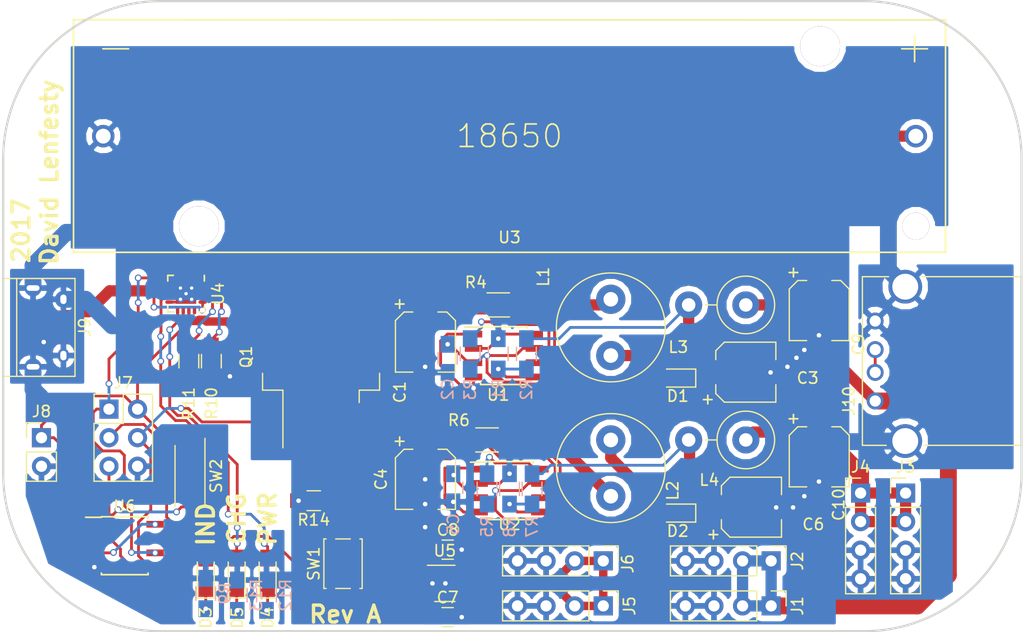
<source format=kicad_pcb>
(kicad_pcb (version 4) (host pcbnew 4.0.7)
  (layers (0 F.Cu signal) (31 B.Cu signal) (34 B.Paste user) (35 F.Paste user) (36 B.SilkS user) (37 F.SilkS user) (38 B.Mask user) (39 F.Mask user) (44 Edge.Cuts user))
  (net 0 "")
  (net 1 "Net-(C1-Pad1)")
  (net 2 Earth)
  (net 3 "Net-(C2-Pad1)")
  (net 4 +5V)
  (net 5 "Net-(C5-Pad1)")
  (net 6 +12V)
  (net 7 +3V3)
  (net 8 "Net-(D1-Pad2)")
  (net 9 "Net-(D2-Pad2)")
  (net 10 "Net-(D3-Pad1)")
  (net 11 Cutoff)
  (net 12 "Net-(D4-Pad1)")
  (net 13 "Net-(D5-Pad1)")
  (net 14 /MISO)
  (net 15 OUT)
  (net 16 /SCK)
  (net 17 /~RES)
  (net 18 "Net-(J9-Pad1)")
  (net 19 "Net-(J9-Pad2)")
  (net 20 "Net-(J9-Pad3)")
  (net 21 "Net-(J9-Pad4)")
  (net 22 "Net-(J10-Pad2)")
  (net 23 "Net-(L1-Pad2)")
  (net 24 "Net-(L2-Pad2)")
  (net 25 "Net-(R1-Pad1)")
  (net 26 "Net-(R3-Pad1)")
  (net 27 "Net-(R5-Pad1)")
  (net 28 "Net-(R7-Pad2)")
  (net 29 "Net-(R10-Pad1)")
  (net 30 "Net-(R11-Pad1)")
  (net 31 BAT)
  (net 32 "Net-(U4-Pad12)")
  (net 33 "Net-(U4-Pad14)")
  (net 34 "Net-(U4-Pad15)")
  (net 35 "Net-(U5-Pad4)")
  (net 36 "Net-(C3-Pad1)")
  (net 37 "Net-(C6-Pad1)")
  (net 38 /PGOOD)
  (net 39 /CHG)
  (net 40 /IND)
  (net 41 "Net-(R14-Pad1)")
  (module Housings_SOIC:SOIC-8_3.9x4.9mm_Pitch1.27mm (layer F.Cu) (at 131 85.5)
    (fp_text reference U2 (at 0 3) (layer F.SilkS))
    (fp_text value MC34063)
    (pad 1 smd rect (at -2.7 -1.905) (size 1.55 0.6) (layers F.Cu F.Paste F.Mask) (net 9 "Net-(D2-Pad2)"))
    (pad 2 smd rect (at -2.7 -0.635) (size 1.55 0.6) (layers F.Cu F.Paste F.Mask) (net 2 Earth))
    (pad 3 smd rect (at -2.7 0.635) (size 1.55 0.6) (layers F.Cu F.Paste F.Mask) (net 5 "Net-(C5-Pad1)"))
    (pad 4 smd rect (at -2.7 1.905) (size 1.55 0.6) (layers F.Cu F.Paste F.Mask) (net 2 Earth))
    (pad 5 smd rect (at 2.7 1.905) (size 1.55 0.6) (layers F.Cu F.Paste F.Mask) (net 28 "Net-(R7-Pad2)"))
    (pad 6 smd rect (at 2.7 0.635) (size 1.55 0.6) (layers F.Cu F.Paste F.Mask) (net 1 "Net-(C1-Pad1)"))
    (pad 7 smd rect (at 2.7 -0.635) (size 1.55 0.6) (layers F.Cu F.Paste F.Mask) (net 24 "Net-(L2-Pad2)"))
    (pad 8 smd rect (at 2.7 -1.905) (size 1.55 0.6) (layers F.Cu F.Paste F.Mask) (net 27 "Net-(R5-Pad1)"))
  )
  (module Capacitors_SMD:CP_Elec_5x5.3 (layer F.Cu) (at 123.5 72.3 270)
    (fp_text reference C1 (at 4.45 2.25 270) (layer F.SilkS))
    (fp_text value 100uF)
    (fp_text user + (at -3.38 2.34 270) (layer F.SilkS))
    (pad 1 smd rect (at -2.2 0 90) (size 3 1.6) (layers F.Cu F.Paste F.Mask) (net 1 "Net-(C1-Pad1)"))
    (pad 2 smd rect (at 2.2 0 90) (size 3 1.6) (layers F.Cu F.Paste F.Mask) (net 2 Earth))
  )
  (module Capacitors_SMD:C_0805_HandSoldering (layer B.Cu) (at 125.5 73.75 270)
    (fp_text reference C2 (at 2.75 0 270) (layer B.SilkS) (effects (justify mirror)))
    (fp_text value Ct)
    (pad 1 smd rect (at -1.25 0 270) (size 1.5 1.25) (layers B.Cu B.Paste B.Mask) (net 3 "Net-(C2-Pad1)"))
    (pad 2 smd rect (at 1.25 0 270) (size 1.5 1.25) (layers B.Cu B.Paste B.Mask) (net 2 Earth))
  )
  (module Capacitors_SMD:CP_Elec_5x5.3 (layer F.Cu) (at 152 75)
    (fp_text reference C3 (at 5.5 0.5) (layer F.SilkS))
    (fp_text value Co)
    (fp_text user + (at -3.38 2.34) (layer F.SilkS))
    (pad 1 smd rect (at -2.2 0 180) (size 3 1.6) (layers F.Cu F.Paste F.Mask) (net 36 "Net-(C3-Pad1)"))
    (pad 2 smd rect (at 2.2 0 180) (size 3 1.6) (layers F.Cu F.Paste F.Mask) (net 2 Earth))
  )
  (module Capacitors_SMD:CP_Elec_5x5.3 (layer F.Cu) (at 123.5 84.5 270)
    (fp_text reference C4 (at 0 3.92 270) (layer F.SilkS))
    (fp_text value 100uF)
    (fp_text user + (at -3.38 2.34 270) (layer F.SilkS))
    (pad 1 smd rect (at -2.2 0 90) (size 3 1.6) (layers F.Cu F.Paste F.Mask) (net 1 "Net-(C1-Pad1)"))
    (pad 2 smd rect (at 2.2 0 90) (size 3 1.6) (layers F.Cu F.Paste F.Mask) (net 2 Earth))
  )
  (module Capacitors_SMD:C_0805_HandSoldering (layer B.Cu) (at 126 85.25 270)
    (fp_text reference C5 (at 3.25 0 270) (layer B.SilkS) (effects (justify mirror)))
    (fp_text value Ct)
    (pad 1 smd rect (at -1.25 0 270) (size 1.5 1.25) (layers B.Cu B.Paste B.Mask) (net 5 "Net-(C5-Pad1)"))
    (pad 2 smd rect (at 1.25 0 270) (size 1.5 1.25) (layers B.Cu B.Paste B.Mask) (net 2 Earth))
  )
  (module Capacitors_SMD:CP_Elec_5x5.3 (layer F.Cu) (at 152.5 87)
    (fp_text reference C6 (at 5.5 1.5) (layer F.SilkS))
    (fp_text value Co)
    (fp_text user + (at -3.38 2.34) (layer F.SilkS))
    (pad 1 smd rect (at -2.2 0 180) (size 3 1.6) (layers F.Cu F.Paste F.Mask) (net 37 "Net-(C6-Pad1)"))
    (pad 2 smd rect (at 2.2 0 180) (size 3 1.6) (layers F.Cu F.Paste F.Mask) (net 2 Earth))
  )
  (module Capacitors_SMD:C_0805_HandSoldering (layer F.Cu) (at 125.5 96.75)
    (fp_text reference C7 (at 0 -1.75) (layer F.SilkS))
    (fp_text value 1uF)
    (pad 1 smd rect (at -1.25 0) (size 1.5 1.25) (layers F.Cu F.Paste F.Mask) (net 1 "Net-(C1-Pad1)"))
    (pad 2 smd rect (at 1.25 0) (size 1.5 1.25) (layers F.Cu F.Paste F.Mask) (net 2 Earth))
  )
  (module Capacitors_SMD:C_0805_HandSoldering (layer F.Cu) (at 125.5 90.75)
    (fp_text reference C8 (at 0 -1.75) (layer F.SilkS))
    (fp_text value 1uF)
    (pad 1 smd rect (at -1.25 0) (size 1.5 1.25) (layers F.Cu F.Paste F.Mask) (net 7 +3V3))
    (pad 2 smd rect (at 1.25 0) (size 1.5 1.25) (layers F.Cu F.Paste F.Mask) (net 2 Earth))
  )
  (module Capacitors_SMD:CP_Elec_5x5.3 (layer F.Cu) (at 158.5 69.5 270)
    (fp_text reference C9 (at 3 -3.5 270) (layer F.SilkS))
    (fp_text value Cfilter)
    (fp_text user + (at -3.38 2.34 270) (layer F.SilkS))
    (pad 1 smd rect (at -2.2 0 90) (size 3 1.6) (layers F.Cu F.Paste F.Mask) (net 4 +5V))
    (pad 2 smd rect (at 2.2 0 90) (size 3 1.6) (layers F.Cu F.Paste F.Mask) (net 2 Earth))
  )
  (module Capacitors_SMD:CP_Elec_5x5.3 (layer F.Cu) (at 158.5 82.5 270)
    (fp_text reference C10 (at 4.25 -1.75 270) (layer F.SilkS))
    (fp_text value Cfilter)
    (fp_text user + (at -3.38 2.34 270) (layer F.SilkS))
    (pad 1 smd rect (at -2.2 0 90) (size 3 1.6) (layers F.Cu F.Paste F.Mask) (net 6 +12V))
    (pad 2 smd rect (at 2.2 0 90) (size 3 1.6) (layers F.Cu F.Paste F.Mask) (net 2 Earth))
  )
  (module Diodes_SMD:D_0805 (layer F.Cu) (at 145.95 75.5 180)
    (fp_text reference D1 (at 0 -1.6 180) (layer F.SilkS))
    (fp_text value 1N5819)
    (pad 1 smd rect (at -1.05 0 180) (size 0.8 0.9) (layers F.Cu F.Paste F.Mask) (net 36 "Net-(C3-Pad1)"))
    (pad 2 smd rect (at 1.05 0 180) (size 0.8 0.9) (layers F.Cu F.Paste F.Mask) (net 8 "Net-(D1-Pad2)"))
  )
  (module Diodes_SMD:D_0805 (layer F.Cu) (at 145.95 87.5 180)
    (fp_text reference D2 (at 0 -1.6 180) (layer F.SilkS))
    (fp_text value 1N5819)
    (pad 1 smd rect (at -1.05 0 180) (size 0.8 0.9) (layers F.Cu F.Paste F.Mask) (net 37 "Net-(C6-Pad1)"))
    (pad 2 smd rect (at 1.05 0 180) (size 0.8 0.9) (layers F.Cu F.Paste F.Mask) (net 9 "Net-(D2-Pad2)"))
  )
  (module LEDs:LED_0805_HandSoldering (layer F.Cu) (at 104 92.85 90)
    (fp_text reference D3 (at -3.95 0 90) (layer F.SilkS))
    (fp_text value LED)
    (pad 1 smd rect (at -1.35 0 90) (size 1.5 1.3) (layers F.Cu F.Paste F.Mask) (net 10 "Net-(D3-Pad1)"))
    (pad 2 smd rect (at 1.35 0 90) (size 1.5 1.3) (layers F.Cu F.Paste F.Mask) (net 40 /IND))
  )
  (module LEDs:LED_0805_HandSoldering (layer F.Cu) (at 109.5 92.85 90)
    (fp_text reference D4 (at -3.95 0 90) (layer F.SilkS))
    (fp_text value LED)
    (pad 1 smd rect (at -1.35 0 90) (size 1.5 1.3) (layers F.Cu F.Paste F.Mask) (net 12 "Net-(D4-Pad1)"))
    (pad 2 smd rect (at 1.35 0 90) (size 1.5 1.3) (layers F.Cu F.Paste F.Mask) (net 38 /PGOOD))
  )
  (module LEDs:LED_0805_HandSoldering (layer F.Cu) (at 106.75 92.85 90)
    (fp_text reference D5 (at -3.95 0.05 90) (layer F.SilkS))
    (fp_text value LED)
    (pad 1 smd rect (at -1.35 0 90) (size 1.5 1.3) (layers F.Cu F.Paste F.Mask) (net 13 "Net-(D5-Pad1)"))
    (pad 2 smd rect (at 1.35 0 90) (size 1.5 1.3) (layers F.Cu F.Paste F.Mask) (net 39 /CHG))
  )
  (module Pin_Headers:Pin_Header_Straight_1x04_Pitch2.54mm (layer F.Cu) (at 154.25 95.75 270)
    (fp_text reference J1 (at 0 -2.33 270) (layer F.SilkS))
    (fp_text value Conn_01x04_Male)
    (pad 1 thru_hole rect (at 0 0 270) (size 1.7 1.7) (drill 1) (layers *.Cu *.Mask) (net 4 +5V))
    (pad 2 thru_hole oval (at 0 2.54 270) (size 1.7 1.7) (drill 1) (layers *.Cu *.Mask) (net 4 +5V))
    (pad 3 thru_hole oval (at 0 5.08 270) (size 1.7 1.7) (drill 1) (layers *.Cu *.Mask) (net 2 Earth))
    (pad 4 thru_hole oval (at 0 7.62 270) (size 1.7 1.7) (drill 1) (layers *.Cu *.Mask) (net 2 Earth))
  )
  (module Pin_Headers:Pin_Header_Straight_1x02_Pitch2.54mm (layer F.Cu) (at 89.4 80.8)
    (fp_text reference J8 (at 0 -2.33) (layer F.SilkS))
    (fp_text value Conn_01x02)
    (pad 1 thru_hole rect (at 0 0) (size 1.7 1.7) (drill 1) (layers *.Cu *.Mask) (net 15 OUT))
    (pad 2 thru_hole oval (at 0 2.54) (size 1.7 1.7) (drill 1) (layers *.Cu *.Mask) (net 2 Earth))
  )
  (module Connectors:USB_Micro-B (layer F.Cu) (at 90 71 270)
    (fp_text reference J9 (at 0 -3.24 270) (layer F.SilkS))
    (fp_text value USB_OTG)
    (pad 1 smd rect (at -1.3 -1.35) (size 1.35 0.4) (layers F.Cu F.Paste F.Mask) (net 18 "Net-(J9-Pad1)"))
    (pad 2 smd rect (at -0.65 -1.35) (size 1.35 0.4) (layers F.Cu F.Paste F.Mask) (net 19 "Net-(J9-Pad2)"))
    (pad 3 smd rect (at 0 -1.35) (size 1.35 0.4) (layers F.Cu F.Paste F.Mask) (net 20 "Net-(J9-Pad3)"))
    (pad 4 smd rect (at 0.65 -1.35) (size 1.35 0.4) (layers F.Cu F.Paste F.Mask) (net 21 "Net-(J9-Pad4)"))
    (pad 5 smd rect (at 1.3 -1.35) (size 1.35 0.4) (layers F.Cu F.Paste F.Mask) (net 2 Earth))
    (pad 6 thru_hole oval (at -2.5 -1.35) (size 0.95 1.25) (drill oval 0.55 0.85) (layers *.Cu *.Mask) (net 2 Earth))
    (pad 6 thru_hole oval (at 2.5 -1.35) (size 0.95 1.25) (drill oval 0.55 0.85) (layers *.Cu *.Mask) (net 2 Earth))
    (pad 6 thru_hole oval (at -3.5 1.35) (size 1.55 1) (drill oval 1.15 0.5) (layers *.Cu *.Mask) (net 2 Earth))
    (pad 6 thru_hole oval (at 3.5 1.35) (size 1.55 1) (drill oval 1.15 0.5) (layers *.Cu *.Mask) (net 2 Earth))
  )
  (module Connectors:USB_A (layer F.Cu) (at 163.5 77.54 90)
    (fp_text reference J10 (at 0 -2.35 90) (layer F.SilkS))
    (fp_text value USB_A)
    (pad 4 thru_hole circle (at 7.11 0) (size 1.5 1.5) (drill 1) (layers *.Cu *.Mask) (net 2 Earth))
    (pad 3 thru_hole circle (at 4.57 0) (size 1.5 1.5) (drill 1) (layers *.Cu *.Mask) (net 22 "Net-(J10-Pad2)"))
    (pad 2 thru_hole circle (at 2.54 0) (size 1.5 1.5) (drill 1) (layers *.Cu *.Mask) (net 22 "Net-(J10-Pad2)"))
    (pad 1 thru_hole circle (at 0 0) (size 1.5 1.5) (drill 1) (layers *.Cu *.Mask) (net 4 +5V))
    (pad 5 thru_hole circle (at 10.16 2.67) (size 3 3) (drill 2.3) (layers *.Cu *.Mask) (net 2 Earth))
    (pad 5 thru_hole circle (at -3.56 2.67) (size 3 3) (drill 2.3) (layers *.Cu *.Mask) (net 2 Earth))
  )
  (module Inductors_THT:L_Radial_D9.5mm_P5.00mm_Fastron_07HVP (layer F.Cu) (at 140 73.5 90)
    (fp_text reference L1 (at 7 -6 90) (layer F.SilkS))
    (fp_text value L)
    (pad 1 thru_hole circle (at 0 0 90) (size 2.6 2.6) (drill 1.3) (layers *.Cu *.Mask) (net 8 "Net-(D1-Pad2)"))
    (pad 2 thru_hole circle (at 5 0 90) (size 2.6 2.6) (drill 1.3) (layers *.Cu *.Mask) (net 23 "Net-(L1-Pad2)"))
  )
  (module Inductors_THT:L_Radial_D9.5mm_P5.00mm_Fastron_07HVP (layer F.Cu) (at 140 81 270)
    (fp_text reference L2 (at 4.5 -5.5 270) (layer F.SilkS))
    (fp_text value L)
    (pad 1 thru_hole circle (at 0 0 270) (size 2.6 2.6) (drill 1.3) (layers *.Cu *.Mask) (net 9 "Net-(D2-Pad2)"))
    (pad 2 thru_hole circle (at 5 0 270) (size 2.6 2.6) (drill 1.3) (layers *.Cu *.Mask) (net 24 "Net-(L2-Pad2)"))
  )
  (module Inductors_THT:L_Axial_L12.0mm_D5.0mm_P5.08mm_Vertical_Fastron_MISC (layer F.Cu) (at 152 69 180)
    (fp_text reference L3 (at 6 -3.75 180) (layer F.SilkS))
    (fp_text value 1uH)
    (pad 1 thru_hole circle (at 0 0 180) (size 2.4 2.4) (drill 1.2) (layers *.Cu *.Mask) (net 4 +5V))
    (pad 2 thru_hole oval (at 5.08 0 180) (size 2.4 2.4) (drill 1.2) (layers *.Cu *.Mask) (net 36 "Net-(C3-Pad1)"))
  )
  (module Inductors_THT:L_Axial_L12.0mm_D5.0mm_P5.08mm_Vertical_Fastron_MISC (layer F.Cu) (at 152 81 180)
    (fp_text reference L4 (at 3.25 -3.56 180) (layer F.SilkS))
    (fp_text value 1uH)
    (pad 1 thru_hole circle (at 0 0 180) (size 2.4 2.4) (drill 1.2) (layers *.Cu *.Mask) (net 6 +12V))
    (pad 2 thru_hole oval (at 5.08 0 180) (size 2.4 2.4) (drill 1.2) (layers *.Cu *.Mask) (net 37 "Net-(C6-Pad1)"))
  )
  (module TO_SOT_Packages_SMD:TO-263-2 (layer F.Cu) (at 114.25 73.625 90)
    (fp_text reference Q1 (at 0 -6.65 90) (layer F.SilkS))
    (fp_text value Q_PMOS_GDS)
    (pad 1 smd rect (at -5.775 -2.54 90) (size 4.6 1.1) (layers F.Cu F.Paste F.Mask) (net 11 Cutoff))
    (pad 3 smd rect (at -5.775 2.54 90) (size 4.6 1.1) (layers F.Cu F.Paste F.Mask) (net 1 "Net-(C1-Pad1)"))
    (pad 2 smd rect (at 3.375 0 90) (size 9.4 10.8) (layers F.Cu F.Mask) (net 15 OUT))
    (pad 2 smd rect (at 5.8 2.775 90) (size 4.55 5.25) (layers F.Cu F.Paste) (net 15 OUT))
    (pad 2 smd rect (at 0.95 -2.775 90) (size 4.55 5.25) (layers F.Cu F.Paste) (net 15 OUT))
    (pad 2 smd rect (at 5.8 -2.775 90) (size 4.55 5.25) (layers F.Cu F.Paste) (net 15 OUT))
    (pad 2 smd rect (at 0.95 2.775 90) (size 4.55 5.25) (layers F.Cu F.Paste) (net 15 OUT))
  )
  (module Resistors_SMD:R_0805_HandSoldering (layer B.Cu) (at 130 73.35 90)
    (fp_text reference R1 (at -3.15 0 90) (layer B.SilkS) (effects (justify mirror)))
    (fp_text value R1)
    (pad 1 smd rect (at -1.35 0 90) (size 1.5 1.3) (layers B.Cu B.Paste B.Mask) (net 25 "Net-(R1-Pad1)"))
    (pad 2 smd rect (at 1.35 0 90) (size 1.5 1.3) (layers B.Cu B.Paste B.Mask) (net 2 Earth))
  )
  (module Resistors_SMD:R_0805_HandSoldering (layer B.Cu) (at 132.5 73.35 270)
    (fp_text reference R2 (at 3.15 0 270) (layer B.SilkS) (effects (justify mirror)))
    (fp_text value R2)
    (pad 1 smd rect (at -1.35 0 270) (size 1.5 1.3) (layers B.Cu B.Paste B.Mask) (net 36 "Net-(C3-Pad1)"))
    (pad 2 smd rect (at 1.35 0 270) (size 1.5 1.3) (layers B.Cu B.Paste B.Mask) (net 25 "Net-(R1-Pad1)"))
  )
  (module Resistors_SMD:R_0805_HandSoldering (layer B.Cu) (at 127.5 73.35 270)
    (fp_text reference R3 (at 3.15 0 270) (layer B.SilkS) (effects (justify mirror)))
    (fp_text value 180)
    (pad 1 smd rect (at -1.35 0 270) (size 1.5 1.3) (layers B.Cu B.Paste B.Mask) (net 26 "Net-(R3-Pad1)"))
    (pad 2 smd rect (at 1.35 0 270) (size 1.5 1.3) (layers B.Cu B.Paste B.Mask) (net 23 "Net-(L1-Pad2)"))
  )
  (module Resistors_SMD:R_1206_HandSoldering (layer F.Cu) (at 130 69 180)
    (fp_text reference R4 (at 2 2 180) (layer F.SilkS))
    (fp_text value Rsc)
    (pad 1 smd rect (at -2 0 180) (size 2 1.7) (layers F.Cu F.Paste F.Mask) (net 23 "Net-(L1-Pad2)"))
    (pad 2 smd rect (at 2 0 180) (size 2 1.7) (layers F.Cu F.Paste F.Mask) (net 1 "Net-(C1-Pad1)"))
  )
  (module Resistors_SMD:R_0805_HandSoldering (layer B.Cu) (at 129 85.35 270)
    (fp_text reference R5 (at 3.35 0 270) (layer B.SilkS) (effects (justify mirror)))
    (fp_text value 180)
    (pad 1 smd rect (at -1.35 0 270) (size 1.5 1.3) (layers B.Cu B.Paste B.Mask) (net 27 "Net-(R5-Pad1)"))
    (pad 2 smd rect (at 1.35 0 270) (size 1.5 1.3) (layers B.Cu B.Paste B.Mask) (net 24 "Net-(L2-Pad2)"))
  )
  (module Resistors_SMD:R_1206_HandSoldering (layer F.Cu) (at 129 81 180)
    (fp_text reference R6 (at 2.5 1.75 180) (layer F.SilkS))
    (fp_text value Rsc)
    (pad 1 smd rect (at -2 0 180) (size 2 1.7) (layers F.Cu F.Paste F.Mask) (net 24 "Net-(L2-Pad2)"))
    (pad 2 smd rect (at 2 0 180) (size 2 1.7) (layers F.Cu F.Paste F.Mask) (net 1 "Net-(C1-Pad1)"))
  )
  (module Resistors_SMD:R_0805_HandSoldering (layer B.Cu) (at 133 85.35 270)
    (fp_text reference R7 (at 3.35 0 270) (layer B.SilkS) (effects (justify mirror)))
    (fp_text value R2)
    (pad 1 smd rect (at -1.35 0 270) (size 1.5 1.3) (layers B.Cu B.Paste B.Mask) (net 37 "Net-(C6-Pad1)"))
    (pad 2 smd rect (at 1.35 0 270) (size 1.5 1.3) (layers B.Cu B.Paste B.Mask) (net 28 "Net-(R7-Pad2)"))
  )
  (module Resistors_SMD:R_0805_HandSoldering (layer B.Cu) (at 131 85.35 90)
    (fp_text reference R8 (at -3.35 0 90) (layer B.SilkS) (effects (justify mirror)))
    (fp_text value R1)
    (pad 1 smd rect (at -1.35 0 90) (size 1.5 1.3) (layers B.Cu B.Paste B.Mask) (net 28 "Net-(R7-Pad2)"))
    (pad 2 smd rect (at 1.35 0 90) (size 1.5 1.3) (layers B.Cu B.Paste B.Mask) (net 2 Earth))
  )
  (module Resistors_SMD:R_0805_HandSoldering (layer B.Cu) (at 104 94.65 90)
    (fp_text reference R9 (at 0 1.7 90) (layer B.SilkS) (effects (justify mirror)))
    (fp_text value 499)
    (pad 1 smd rect (at -1.35 0 90) (size 1.5 1.3) (layers B.Cu B.Paste B.Mask) (net 10 "Net-(D3-Pad1)"))
    (pad 2 smd rect (at 1.35 0 90) (size 1.5 1.3) (layers B.Cu B.Paste B.Mask) (net 2 Earth))
  )
  (module Resistors_SMD:R_0805_HandSoldering (layer F.Cu) (at 104.5 74 270)
    (fp_text reference R10 (at 3.75 0 270) (layer F.SilkS))
    (fp_text value 10K)
    (pad 1 smd rect (at -1.35 0 270) (size 1.5 1.3) (layers F.Cu F.Paste F.Mask) (net 29 "Net-(R10-Pad1)"))
    (pad 2 smd rect (at 1.35 0 270) (size 1.5 1.3) (layers F.Cu F.Paste F.Mask) (net 2 Earth))
  )
  (module Resistors_SMD:R_0805_HandSoldering (layer F.Cu) (at 102.5 74 270)
    (fp_text reference R11 (at 3.75 0 270) (layer F.SilkS))
    (fp_text value ISET)
    (pad 1 smd rect (at -1.35 0 270) (size 1.5 1.3) (layers F.Cu F.Paste F.Mask) (net 30 "Net-(R11-Pad1)"))
    (pad 2 smd rect (at 1.35 0 270) (size 1.5 1.3) (layers F.Cu F.Paste F.Mask) (net 2 Earth))
  )
  (module Resistors_SMD:R_0805_HandSoldering (layer B.Cu) (at 109.4 94.8 90)
    (fp_text reference R12 (at 0 1.7 90) (layer B.SilkS) (effects (justify mirror)))
    (fp_text value 499)
    (pad 1 smd rect (at -1.35 0 90) (size 1.5 1.3) (layers B.Cu B.Paste B.Mask) (net 12 "Net-(D4-Pad1)"))
    (pad 2 smd rect (at 1.35 0 90) (size 1.5 1.3) (layers B.Cu B.Paste B.Mask) (net 2 Earth))
  )
  (module Resistors_SMD:R_0805_HandSoldering (layer B.Cu) (at 106.8 94.8 90)
    (fp_text reference R13 (at 0 1.7 90) (layer B.SilkS) (effects (justify mirror)))
    (fp_text value 499)
    (pad 1 smd rect (at -1.35 0 90) (size 1.5 1.3) (layers B.Cu B.Paste B.Mask) (net 13 "Net-(D5-Pad1)"))
    (pad 2 smd rect (at 1.35 0 90) (size 1.5 1.3) (layers B.Cu B.Paste B.Mask) (net 2 Earth))
  )
  (module Housings_SOIC:SOIC-8_3.9x4.9mm_Pitch1.27mm (layer F.Cu) (at 130.5 73.5)
    (fp_text reference U1 (at -0.5 3.5) (layer F.SilkS))
    (fp_text value MC34063)
    (pad 1 smd rect (at -2.7 -1.905) (size 1.55 0.6) (layers F.Cu F.Paste F.Mask) (net 8 "Net-(D1-Pad2)"))
    (pad 2 smd rect (at -2.7 -0.635) (size 1.55 0.6) (layers F.Cu F.Paste F.Mask) (net 2 Earth))
    (pad 3 smd rect (at -2.7 0.635) (size 1.55 0.6) (layers F.Cu F.Paste F.Mask) (net 3 "Net-(C2-Pad1)"))
    (pad 4 smd rect (at -2.7 1.905) (size 1.55 0.6) (layers F.Cu F.Paste F.Mask) (net 2 Earth))
    (pad 5 smd rect (at 2.7 1.905) (size 1.55 0.6) (layers F.Cu F.Paste F.Mask) (net 25 "Net-(R1-Pad1)"))
    (pad 6 smd rect (at 2.7 0.635) (size 1.55 0.6) (layers F.Cu F.Paste F.Mask) (net 1 "Net-(C1-Pad1)"))
    (pad 7 smd rect (at 2.7 -0.635) (size 1.55 0.6) (layers F.Cu F.Paste F.Mask) (net 23 "Net-(L1-Pad2)"))
    (pad 8 smd rect (at 2.7 -1.905) (size 1.55 0.6) (layers F.Cu F.Paste F.Mask) (net 26 "Net-(R3-Pad1)"))
  )
  (module cust_footprints:KeyElco-1043P (layer F.Cu) (at 131 54)
    (fp_text reference U3 (at 0 9) (layer F.SilkS))
    (fp_text value KeyElco-1043P)
    (fp_text user 18650 (at 0 0) (layer F.SilkS) (effects (font (size 2 2))))
    (fp_text user - (at -35 -8) (layer F.SilkS) (effects (font (size 3 3))))
    (fp_text user + (at 36 -8) (layer F.SilkS) (effects (font (size 3 3))))
    (pad 1 thru_hole circle (at 36.11 0) (size 2 2) (drill 1.32) (layers *.Cu *.Mask) (net 31 BAT))
    (pad 2 thru_hole circle (at -36.11 0) (size 2 2) (drill 1.32) (layers *.Cu *.Mask) (net 2 Earth))
    (pad ~ thru_hole circle (at 27.6 -8) (size 3.55 3.55) (drill 3.55) (layers *.Cu *.Mask))
    (pad ~ thru_hole circle (at -27.6 8) (size 3.55 3.55) (drill 3.55) (layers *.Cu *.Mask))
    (pad 3 thru_hole circle (at 36.11 8) (size 2.39 2.39) (drill 2.39) (layers *.Cu *.Mask))
  )
  (module Housings_DFN_QFN:QFN-16-1EP_3x3mm_Pitch0.5mm_ThermalVias (layer F.Cu) (at 102.25 68 270)
    (fp_text reference U4 (at 0 -2.85 270) (layer F.SilkS))
    (fp_text value BQ24230)
    (pad 1 smd oval (at -1.475 -0.75 270) (size 0.75 0.3) (layers F.Cu F.Paste F.Mask) (net 29 "Net-(R10-Pad1)"))
    (pad 2 smd oval (at -1.475 -0.25 270) (size 0.75 0.3) (layers F.Cu F.Paste F.Mask) (net 31 BAT))
    (pad 3 smd oval (at -1.475 0.25 270) (size 0.75 0.3) (layers F.Cu F.Paste F.Mask) (net 31 BAT))
    (pad 4 smd oval (at -1.475 0.75 270) (size 0.75 0.3) (layers F.Cu F.Paste F.Mask) (net 14 /MISO))
    (pad 5 smd oval (at -0.75 1.475) (size 0.75 0.3) (layers F.Cu F.Paste F.Mask) (net 2 Earth))
    (pad 6 smd oval (at -0.25 1.475) (size 0.75 0.3) (layers F.Cu F.Paste F.Mask) (net 18 "Net-(J9-Pad1)"))
    (pad 7 smd oval (at 0.25 1.475) (size 0.75 0.3) (layers F.Cu F.Paste F.Mask) (net 38 /PGOOD))
    (pad 8 smd oval (at 0.75 1.475) (size 0.75 0.3) (layers F.Cu F.Paste F.Mask) (net 2 Earth))
    (pad 9 smd oval (at 1.475 0.75 270) (size 0.75 0.3) (layers F.Cu F.Paste F.Mask) (net 39 /CHG))
    (pad 10 smd oval (at 1.475 0.25 270) (size 0.75 0.3) (layers F.Cu F.Paste F.Mask) (net 15 OUT))
    (pad 11 smd oval (at 1.475 -0.25 270) (size 0.75 0.3) (layers F.Cu F.Paste F.Mask) (net 15 OUT))
    (pad 12 smd oval (at 1.475 -0.75 270) (size 0.75 0.3) (layers F.Cu F.Paste F.Mask) (net 32 "Net-(U4-Pad12)"))
    (pad 13 smd oval (at 0.75 -1.475) (size 0.75 0.3) (layers F.Cu F.Paste F.Mask) (net 18 "Net-(J9-Pad1)"))
    (pad 14 smd oval (at 0.25 -1.475) (size 0.75 0.3) (layers F.Cu F.Paste F.Mask) (net 33 "Net-(U4-Pad14)"))
    (pad 15 smd oval (at -0.25 -1.475) (size 0.75 0.3) (layers F.Cu F.Paste F.Mask) (net 34 "Net-(U4-Pad15)"))
    (pad 16 smd oval (at -0.75 -1.475) (size 0.75 0.3) (layers F.Cu F.Paste F.Mask) (net 30 "Net-(R11-Pad1)"))
    (pad 17 smd rect (at 0.45 0.45 270) (size 0.9 0.9) (layers F.Cu F.Paste F.Mask) (net 2 Earth))
    (pad 17 smd rect (at 0.45 -0.45 270) (size 0.9 0.9) (layers F.Cu F.Paste F.Mask) (net 2 Earth))
    (pad 17 smd rect (at -0.45 0.45 270) (size 0.9 0.9) (layers F.Cu F.Paste F.Mask) (net 2 Earth))
    (pad 17 smd rect (at -0.45 -0.45 270) (size 0.9 0.9) (layers F.Cu F.Paste F.Mask) (net 2 Earth))
    (pad 17 thru_hole circle (at 0 0 270) (size 0.6 0.6) (drill 0.3) (layers *.Cu) (net 2 Earth))
    (pad 17 thru_hole circle (at -0.5 -0.5 270) (size 0.6 0.6) (drill 0.3) (layers *.Cu) (net 2 Earth))
    (pad 17 thru_hole circle (at 0.5 -0.5 270) (size 0.6 0.6) (drill 0.3) (layers *.Cu) (net 2 Earth))
    (pad 17 thru_hole circle (at 0.5 0.5 270) (size 0.6 0.6) (drill 0.3) (layers *.Cu) (net 2 Earth))
    (pad 17 thru_hole circle (at -0.5 0.5 270) (size 0.6 0.6) (drill 0.3) (layers *.Cu) (net 2 Earth))
  )
  (module TO_SOT_Packages_SMD:SOT-23-5 (layer F.Cu) (at 125.25 93.75)
    (fp_text reference U5 (at 0 -2.9) (layer F.SilkS))
    (fp_text value AP2127K-3.3TRG1)
    (pad 1 smd rect (at -1.1 -0.95) (size 1.06 0.65) (layers F.Cu F.Paste F.Mask) (net 1 "Net-(C1-Pad1)"))
    (pad 2 smd rect (at -1.1 0) (size 1.06 0.65) (layers F.Cu F.Paste F.Mask) (net 2 Earth))
    (pad 3 smd rect (at -1.1 0.95) (size 1.06 0.65) (layers F.Cu F.Paste F.Mask) (net 1 "Net-(C1-Pad1)"))
    (pad 4 smd rect (at 1.1 0.95) (size 1.06 0.65) (layers F.Cu F.Paste F.Mask) (net 35 "Net-(U5-Pad4)"))
    (pad 5 smd rect (at 1.1 -0.95) (size 1.06 0.65) (layers F.Cu F.Paste F.Mask) (net 7 +3V3))
  )
  (module Housings_SOIC:SOIC-8_3.9x4.9mm_Pitch1.27mm (layer F.Cu) (at 96.8 90.4)
    (fp_text reference U6 (at 0 -3.5) (layer F.SilkS))
    (fp_text value ATTINY45-20SU)
    (pad 1 smd rect (at -2.7 -1.905) (size 1.55 0.6) (layers F.Cu F.Paste F.Mask) (net 17 /~RES))
    (pad 2 smd rect (at -2.7 -0.635) (size 1.55 0.6) (layers F.Cu F.Paste F.Mask) (net 40 /IND))
    (pad 3 smd rect (at -2.7 0.635) (size 1.55 0.6) (layers F.Cu F.Paste F.Mask) (net 15 OUT))
    (pad 4 smd rect (at -2.7 1.905) (size 1.55 0.6) (layers F.Cu F.Paste F.Mask) (net 2 Earth))
    (pad 5 smd rect (at 2.7 1.905) (size 1.55 0.6) (layers F.Cu F.Paste F.Mask) (net 11 Cutoff))
    (pad 6 smd rect (at 2.7 0.635) (size 1.55 0.6) (layers F.Cu F.Paste F.Mask) (net 14 /MISO))
    (pad 7 smd rect (at 2.7 -0.635) (size 1.55 0.6) (layers F.Cu F.Paste F.Mask) (net 16 /SCK))
    (pad 8 smd rect (at 2.7 -1.905) (size 1.55 0.6) (layers F.Cu F.Paste F.Mask) (net 15 OUT))
  )
  (module Socket_Strips:Socket_Strip_Straight_1x04_Pitch2.54mm (layer F.Cu) (at 154.25 91.75 270)
    (fp_text reference J2 (at 0 -2.33 270) (layer F.SilkS))
    (fp_text value Conn_01x04_Female)
    (pad 1 thru_hole rect (at 0 0 270) (size 1.7 1.7) (drill 1) (layers *.Cu *.Mask) (net 4 +5V))
    (pad 2 thru_hole oval (at 0 2.54 270) (size 1.7 1.7) (drill 1) (layers *.Cu *.Mask) (net 4 +5V))
    (pad 3 thru_hole oval (at 0 5.08 270) (size 1.7 1.7) (drill 1) (layers *.Cu *.Mask) (net 2 Earth))
    (pad 4 thru_hole oval (at 0 7.62 270) (size 1.7 1.7) (drill 1) (layers *.Cu *.Mask) (net 2 Earth))
  )
  (module Pin_Headers:Pin_Header_Straight_1x04_Pitch2.54mm (layer F.Cu) (at 166.2 85.72)
    (fp_text reference J3 (at 0 -2.33) (layer F.SilkS))
    (fp_text value Conn_01x04_Male)
    (pad 1 thru_hole rect (at 0 0) (size 1.7 1.7) (drill 1) (layers *.Cu *.Mask) (net 6 +12V))
    (pad 2 thru_hole oval (at 0 2.54) (size 1.7 1.7) (drill 1) (layers *.Cu *.Mask) (net 6 +12V))
    (pad 3 thru_hole oval (at 0 5.08) (size 1.7 1.7) (drill 1) (layers *.Cu *.Mask) (net 2 Earth))
    (pad 4 thru_hole oval (at 0 7.62) (size 1.7 1.7) (drill 1) (layers *.Cu *.Mask) (net 2 Earth))
  )
  (module Socket_Strips:Socket_Strip_Straight_1x04_Pitch2.54mm (layer F.Cu) (at 162.2 85.72)
    (fp_text reference J4 (at 0 -2.33) (layer F.SilkS))
    (fp_text value Conn_01x04_Female)
    (pad 1 thru_hole rect (at 0 0) (size 1.7 1.7) (drill 1) (layers *.Cu *.Mask) (net 6 +12V))
    (pad 2 thru_hole oval (at 0 2.54) (size 1.7 1.7) (drill 1) (layers *.Cu *.Mask) (net 6 +12V))
    (pad 3 thru_hole oval (at 0 5.08) (size 1.7 1.7) (drill 1) (layers *.Cu *.Mask) (net 2 Earth))
    (pad 4 thru_hole oval (at 0 7.62) (size 1.7 1.7) (drill 1) (layers *.Cu *.Mask) (net 2 Earth))
  )
  (module Pin_Headers:Pin_Header_Straight_1x04_Pitch2.54mm (layer F.Cu) (at 139.33 95.75 270)
    (fp_text reference J5 (at 0 -2.33 270) (layer F.SilkS))
    (fp_text value Conn_01x04_Male)
    (pad 1 thru_hole rect (at 0 0 270) (size 1.7 1.7) (drill 1) (layers *.Cu *.Mask) (net 7 +3V3))
    (pad 2 thru_hole oval (at 0 2.54 270) (size 1.7 1.7) (drill 1) (layers *.Cu *.Mask) (net 7 +3V3))
    (pad 3 thru_hole oval (at 0 5.08 270) (size 1.7 1.7) (drill 1) (layers *.Cu *.Mask) (net 2 Earth))
    (pad 4 thru_hole oval (at 0 7.62 270) (size 1.7 1.7) (drill 1) (layers *.Cu *.Mask) (net 2 Earth))
  )
  (module Socket_Strips:Socket_Strip_Straight_1x04_Pitch2.54mm (layer F.Cu) (at 139.33 91.75 270)
    (fp_text reference J6 (at 0.25 -2.17 270) (layer F.SilkS))
    (fp_text value Conn_01x04_Female)
    (pad 1 thru_hole rect (at 0 0 270) (size 1.7 1.7) (drill 1) (layers *.Cu *.Mask) (net 7 +3V3))
    (pad 2 thru_hole oval (at 0 2.54 270) (size 1.7 1.7) (drill 1) (layers *.Cu *.Mask) (net 7 +3V3))
    (pad 3 thru_hole oval (at 0 5.08 270) (size 1.7 1.7) (drill 1) (layers *.Cu *.Mask) (net 2 Earth))
    (pad 4 thru_hole oval (at 0 7.62 270) (size 1.7 1.7) (drill 1) (layers *.Cu *.Mask) (net 2 Earth))
  )
  (module Pin_Headers:Pin_Header_Straight_2x03_Pitch2.54mm (layer F.Cu) (at 95.4 78.26)
    (fp_text reference J7 (at 1.27 -2.33) (layer F.SilkS))
    (fp_text value Conn_01x06)
    (pad 1 thru_hole rect (at 0 0) (size 1.7 1.7) (drill 1) (layers *.Cu *.Mask) (net 14 /MISO))
    (pad 2 thru_hole oval (at 2.54 0) (size 1.7 1.7) (drill 1) (layers *.Cu *.Mask) (net 15 OUT))
    (pad 3 thru_hole oval (at 0 2.54) (size 1.7 1.7) (drill 1) (layers *.Cu *.Mask) (net 16 /SCK))
    (pad 4 thru_hole oval (at 2.54 2.54) (size 1.7 1.7) (drill 1) (layers *.Cu *.Mask) (net 11 Cutoff))
    (pad 5 thru_hole oval (at 0 5.08) (size 1.7 1.7) (drill 1) (layers *.Cu *.Mask) (net 17 /~RES))
    (pad 6 thru_hole oval (at 2.54 5.08) (size 1.7 1.7) (drill 1) (layers *.Cu *.Mask) (net 2 Earth))
  )
  (module Resistors_SMD:R_0805_HandSoldering (layer F.Cu) (at 113.6 86.4 180)
    (fp_text reference R14 (at 0 -1.7 180) (layer F.SilkS))
    (fp_text value 10K)
    (pad 1 smd rect (at -1.35 0 180) (size 1.5 1.3) (layers F.Cu F.Paste F.Mask) (net 41 "Net-(R14-Pad1)"))
    (pad 2 smd rect (at 1.35 0 180) (size 1.5 1.3) (layers F.Cu F.Paste F.Mask) (net 2 Earth))
  )
  (module Buttons_Switches_SMD:SW_SPST_PTS810 (layer F.Cu) (at 116.2 92 90)
    (fp_text reference SW1 (at 0 -2.6 90) (layer F.SilkS))
    (fp_text value SW_Push)
    (pad 1 smd rect (at -2.075 -1.075 90) (size 1.05 0.65) (layers F.Cu F.Paste F.Mask) (net 41 "Net-(R14-Pad1)"))
    (pad 1 smd rect (at 2.075 -1.075 90) (size 1.05 0.65) (layers F.Cu F.Paste F.Mask) (net 41 "Net-(R14-Pad1)"))
    (pad 2 smd rect (at -2.075 1.075 90) (size 1.05 0.65) (layers F.Cu F.Paste F.Mask) (net 16 /SCK))
    (pad 2 smd rect (at 2.075 1.075 90) (size 1.05 0.65) (layers F.Cu F.Paste F.Mask) (net 16 /SCK))
  )
  (module Buttons_Switches_SMD:SW_DIP_x1_W5.08mm_Slide_Copal_CHS-A (layer F.Cu) (at 102.6 84.2 270)
    (fp_text reference SW2 (at 0 -2.33 270) (layer F.SilkS))
    (fp_text value SW_DIP_x01)
    (pad 1 smd rect (at -2.54 0 270) (size 1.6 0.76) (layers F.Cu F.Paste F.Mask) (net 15 OUT))
    (pad 2 smd rect (at 2.54 0 270) (size 1.6 0.76) (layers F.Cu F.Paste F.Mask) (net 17 /~RES))
  )
  (gr_text "Rev A" (at 116.4 96.5) (layer F.SilkS) (effects (font (size 1.5 1.5) (thickness 0.3))))
  (gr_text 2017 (at 87.6 62.4 90) (layer F.SilkS) (effects (font (size 1.5 1.5) (thickness 0.3))))
  (gr_text "David Lenfesty" (at 90.1 57.2 90) (layer F.SilkS) (effects (font (size 1.5 1.5) (thickness 0.3))))
  (gr_text "PWR\n" (at 109.5 88 90) (layer F.SilkS) (effects (font (size 1.5 1.5) (thickness 0.3))))
  (gr_text CHG (at 106.75 88 90) (layer F.SilkS) (effects (font (size 1.5 1.5) (thickness 0.3))))
  (gr_text IND (at 104 88.5 90) (layer F.SilkS) (effects (font (size 1.5 1.5) (thickness 0.3))))
  (gr_line (start 100 98) (end 162.5 98) (layer Edge.Cuts) (width 0.2))
  (gr_line (start 86 56) (end 86 84) (layer Edge.Cuts) (width 0.2))
  (gr_line (start 176.5 56) (end 176.5 84) (layer Edge.Cuts) (width 0.2))
  (gr_line (start 100 42) (end 162.5 42) (layer Edge.Cuts) (width 0.2))
  (gr_arc (start 100 84) (end 100 98) (angle 90) (layer Edge.Cuts) (width 0.2))
  (gr_arc (start 162.5 84) (end 176.5 84) (angle 89.9) (layer Edge.Cuts) (width 0.2))
  (gr_arc (start 162.5 56) (end 162.5 42) (angle 90) (layer Edge.Cuts) (width 0.2))
  (gr_arc (start 100 56) (end 86 56) (angle 89.9) (layer Edge.Cuts) (width 0.2))
  (segment (start 121.25 76.99) (end 121.2 76.94) (width 1.5) (layer F.Cu) (net 1))
  (segment (start 123.5 70.8) (end 123.5 70.1) (width 1.5) (layer F.Cu) (net 1))
  (segment (start 121.2 76.94) (end 121.2 73.1) (width 1.5) (layer F.Cu) (net 1))
  (segment (start 121.2 73.1) (end 123.5 70.8) (width 1.5) (layer F.Cu) (net 1))
  (segment (start 116.79 79.4) (end 118.84 79.4) (width 1.5) (layer F.Cu) (net 1))
  (segment (start 118.84 79.4) (end 121.25 76.99) (width 1.5) (layer F.Cu) (net 1))
  (segment (start 123.12 92.8) (end 122.827499 92.507499) (width 0.5) (layer F.Cu) (net 1))
  (segment (start 122.827499 92.507499) (end 124.15 92.8) (width 0.5) (layer F.Cu) (net 1))
  (segment (start 121 87.41) (end 121 90.68) (width 1.5) (layer F.Cu) (net 1))
  (segment (start 121 90.68) (end 122.827499 92.507499) (width 1.5) (layer F.Cu) (net 1))
  (segment (start 116.79 79.4) (end 116.79 83.2) (width 1.5) (layer F.Cu) (net 1))
  (segment (start 116.79 83.2) (end 121 87.41) (width 1.5) (layer F.Cu) (net 1))
  (segment (start 116.79 79.4) (end 120.6 79.4) (width 1.5) (layer F.Cu) (net 1))
  (segment (start 120.6 79.4) (end 123.5 82.3) (width 1.5) (layer F.Cu) (net 1))
  (segment (start 123 94.58) (end 123 92.92) (width 0.5) (layer F.Cu) (net 1))
  (segment (start 123 92.92) (end 123.12 92.8) (width 0.5) (layer F.Cu) (net 1))
  (segment (start 124.15 94.7) (end 123.12 94.7) (width 0.5) (layer F.Cu) (net 1))
  (segment (start 123.12 94.7) (end 123 94.58) (width 0.5) (layer F.Cu) (net 1))
  (segment (start 124.25 96.75) (end 124.25 94.8) (width 0.5) (layer F.Cu) (net 1))
  (segment (start 124.25 94.8) (end 124.15 94.7) (width 0.5) (layer F.Cu) (net 1))
  (segment (start 134.5 71.234998) (end 134.5 73.31) (width 0.25) (layer F.Cu) (net 1))
  (segment (start 134.5 73.31) (end 133.675 74.135) (width 0.25) (layer F.Cu) (net 1))
  (segment (start 133.675 74.135) (end 133.2 74.135) (width 0.25) (layer F.Cu) (net 1))
  (segment (start 131 70.75) (end 134.015002 70.75) (width 0.25) (layer F.Cu) (net 1))
  (segment (start 134.015002 70.75) (end 134.5 71.234998) (width 0.25) (layer F.Cu) (net 1))
  (segment (start 128 69) (end 129.25 69) (width 0.25) (layer F.Cu) (net 1))
  (segment (start 129.25 69) (end 131 70.75) (width 0.25) (layer F.Cu) (net 1))
  (segment (start 135.049989 83.284987) (end 135.049989 85.260011) (width 0.25) (layer F.Cu) (net 1))
  (segment (start 130.064998 82.5) (end 134.265002 82.5) (width 0.25) (layer F.Cu) (net 1))
  (segment (start 135.049989 85.260011) (end 134.175 86.135) (width 0.25) (layer F.Cu) (net 1))
  (segment (start 134.265002 82.5) (end 135.049989 83.284987) (width 0.25) (layer F.Cu) (net 1))
  (segment (start 128.564998 81) (end 130.064998 82.5) (width 0.25) (layer F.Cu) (net 1))
  (segment (start 127 81) (end 128.564998 81) (width 0.25) (layer F.Cu) (net 1))
  (segment (start 134.175 86.135) (end 133.7 86.135) (width 0.25) (layer F.Cu) (net 1))
  (segment (start 123.5 70.1) (end 126.9 70.1) (width 1) (layer F.Cu) (net 1))
  (segment (start 126.9 70.1) (end 128 69) (width 1) (layer F.Cu) (net 1))
  (segment (start 123.5 82.3) (end 125.7 82.3) (width 1) (layer F.Cu) (net 1))
  (segment (start 125.7 82.3) (end 127 81) (width 1) (layer F.Cu) (net 1))
  (segment (start 91.35 72.3) (end 89.6 72.3) (width 0.25) (layer F.Cu) (net 2))
  (via (at 89.6 72.3) (size 0.6) (drill 0.4) (layers F.Cu B.Cu) (net 2))
  (segment (start 128.3 84.865) (end 130.135 84.865) (width 0.25) (layer F.Cu) (net 2))
  (segment (start 130.135 84.865) (end 131 84) (width 0.25) (layer F.Cu) (net 2))
  (via (at 131 84) (size 0.6) (drill 0.4) (layers F.Cu B.Cu) (net 2))
  (via (at 126 86.5) (size 0.6) (drill 0.4) (layers F.Cu B.Cu) (net 2))
  (segment (start 128.3 87.405) (end 126.905 87.405) (width 0.25) (layer F.Cu) (net 2))
  (segment (start 126.905 87.405) (end 126 86.5) (width 0.25) (layer F.Cu) (net 2))
  (segment (start 123.5 86.7) (end 123.5 84.5) (width 0.5) (layer F.Cu) (net 2))
  (via (at 123.5 84.5) (size 0.6) (drill 0.4) (layers F.Cu B.Cu) (net 2))
  (segment (start 123.5 86.7) (end 123.5 88.75) (width 0.5) (layer F.Cu) (net 2))
  (via (at 123.5 88.75) (size 0.6) (drill 0.4) (layers F.Cu B.Cu) (net 2))
  (via (at 123.5 86.7) (size 0.6) (drill 0.4) (layers F.Cu B.Cu) (net 2))
  (via (at 157.2 86) (size 0.6) (drill 0.4) (layers F.Cu B.Cu) (net 2))
  (segment (start 157.2 86) (end 158.5 84.7) (width 1.5) (layer F.Cu) (net 2))
  (segment (start 156.2 87) (end 157.2 86) (width 1.5) (layer F.Cu) (net 2))
  (segment (start 154.7 87) (end 156.2 87) (width 1.5) (layer F.Cu) (net 2))
  (via (at 156.2 87) (size 0.6) (drill 0.4) (layers F.Cu B.Cu) (net 2))
  (via (at 154.7 87) (size 0.6) (drill 0.4) (layers F.Cu B.Cu) (net 2))
  (via (at 158.5 84.7) (size 0.6) (drill 0.4) (layers F.Cu B.Cu) (net 2))
  (segment (start 157.2 73) (end 158.5 71.7) (width 1.5) (layer F.Cu) (net 2))
  (segment (start 156.5 73.7) (end 157.2 73) (width 1.5) (layer F.Cu) (net 2))
  (via (at 157.2 73) (size 0.6) (drill 0.4) (layers F.Cu B.Cu) (net 2))
  (segment (start 155.7 74.5) (end 156.5 73.7) (width 1.5) (layer F.Cu) (net 2))
  (segment (start 154.2 75) (end 155.2 75) (width 1.5) (layer F.Cu) (net 2))
  (segment (start 155.2 75) (end 155.7 74.5) (width 1.5) (layer F.Cu) (net 2))
  (via (at 155.7 74.5) (size 0.6) (drill 0.4) (layers F.Cu B.Cu) (net 2))
  (via (at 156.5 73.7) (size 0.6) (drill 0.4) (layers F.Cu B.Cu) (net 2))
  (via (at 158.5 71.7) (size 0.6) (drill 0.4) (layers F.Cu B.Cu) (net 2))
  (via (at 154.2 75) (size 0.6) (drill 0.4) (layers F.Cu B.Cu) (net 2))
  (segment (start 163.99868 81.15) (end 159.15 81.15) (width 1.5) (layer B.Cu) (net 2))
  (segment (start 166.17 81.1) (end 164.04868 81.1) (width 1.5) (layer B.Cu) (net 2))
  (segment (start 164.04868 81.1) (end 163.99868 81.15) (width 1.5) (layer B.Cu) (net 2))
  (segment (start 166.17 67.38) (end 164.670001 65.880001) (width 1.5) (layer B.Cu) (net 2))
  (segment (start 164.670001 65.880001) (end 164.670001 59.229999) (width 1.5) (layer B.Cu) (net 2))
  (via (at 126.75 96.75) (size 0.6) (drill 0.4) (layers F.Cu B.Cu) (net 2))
  (via (at 126.75 90.75) (size 0.6) (drill 0.4) (layers F.Cu B.Cu) (net 2))
  (segment (start 124.15 93.75) (end 125.3 93.75) (width 0.25) (layer F.Cu) (net 2))
  (via (at 125.3 93.75) (size 0.6) (drill 0.4) (layers F.Cu B.Cu) (net 2))
  (via (at 124.15 93.75) (size 0.6) (drill 0.4) (layers F.Cu B.Cu) (net 2))
  (segment (start 111.55 93.45) (end 112.85 93.45) (width 1.5) (layer B.Cu) (net 2))
  (segment (start 109.4 93.45) (end 111.55 93.45) (width 1.5) (layer B.Cu) (net 2))
  (via (at 112.25 86.4) (size 0.6) (drill 0.4) (layers F.Cu B.Cu) (net 2))
  (via (at 94.1 92.305) (size 0.6) (drill 0.4) (layers F.Cu B.Cu) (net 2))
  (segment (start 91.6 62.55) (end 93.9 62.55) (width 1.5) (layer B.Cu) (net 2))
  (segment (start 88.65 67.5) (end 88.65 65.5) (width 1.5) (layer B.Cu) (net 2))
  (segment (start 88.65 65.5) (end 91.6 62.55) (width 1.5) (layer B.Cu) (net 2))
  (segment (start 95.675 70.85) (end 97.2 70.85) (width 1.5) (layer B.Cu) (net 2))
  (segment (start 91.35 68.5) (end 93.325 68.5) (width 1.5) (layer B.Cu) (net 2))
  (segment (start 93.325 68.5) (end 95.675 70.85) (width 1.5) (layer B.Cu) (net 2))
  (segment (start 89.3 77.15) (end 89.3 78) (width 1.5) (layer B.Cu) (net 2))
  (segment (start 88.65 74.5) (end 88.65 76.5) (width 1.5) (layer B.Cu) (net 2))
  (segment (start 88.65 76.5) (end 89.3 77.15) (width 1.5) (layer B.Cu) (net 2))
  (segment (start 104.5 75.35) (end 106.15 75.35) (width 0.25) (layer F.Cu) (net 2))
  (via (at 106.15 75.35) (size 0.6) (drill 0.4) (layers F.Cu B.Cu) (net 2))
  (segment (start 102.5 75.35) (end 104.5 75.35) (width 0.25) (layer F.Cu) (net 2))
  (segment (start 129.135 72.865) (end 130 72) (width 0.25) (layer F.Cu) (net 2))
  (via (at 130 72) (size 0.6) (drill 0.4) (layers F.Cu B.Cu) (net 2))
  (segment (start 127.8 72.865) (end 129.135 72.865) (width 0.25) (layer F.Cu) (net 2))
  (segment (start 127.8 75.405) (end 127.8 76.4) (width 0.25) (layer F.Cu) (net 2))
  (via (at 127.8 76.4) (size 0.6) (drill 0.4) (layers F.Cu B.Cu) (net 2))
  (via (at 123.5 74.5) (size 0.6) (drill 0.4) (layers F.Cu B.Cu) (net 2))
  (segment (start 100.775 68.75) (end 101.5 68.75) (width 0.25) (layer F.Cu) (net 2))
  (segment (start 101.5 68.75) (end 101.75 68.5) (width 0.25) (layer F.Cu) (net 2))
  (segment (start 100.775 67.25) (end 101.5 67.25) (width 0.25) (layer F.Cu) (net 2))
  (segment (start 101.5 67.25) (end 101.75 67.5) (width 0.25) (layer F.Cu) (net 2))
  (segment (start 127.8 74.135) (end 127.325 74.135) (width 0.25) (layer F.Cu) (net 3))
  (segment (start 127.325 74.135) (end 125.69 72.5) (width 0.25) (layer F.Cu) (net 3))
  (segment (start 125.69 72.5) (end 125.5 72.5) (width 0.25) (layer F.Cu) (net 3))
  (via (at 125.5 72.5) (size 0.6) (drill 0.4) (layers F.Cu B.Cu) (net 3))
  (segment (start 170 93) (end 167.25 95.75) (width 1.5) (layer F.Cu) (net 4))
  (segment (start 167.25 95.75) (end 154.25 95.75) (width 1.5) (layer F.Cu) (net 4))
  (segment (start 170 78.5) (end 170 93) (width 1.5) (layer F.Cu) (net 4))
  (segment (start 169.04 77.54) (end 170 78.5) (width 1.5) (layer F.Cu) (net 4))
  (segment (start 163.5 77.54) (end 169.04 77.54) (width 1.5) (layer F.Cu) (net 4))
  (segment (start 154.25 95.75) (end 154.25 91.75) (width 1) (layer B.Cu) (net 4))
  (segment (start 151.71 95.75) (end 154.25 95.75) (width 1) (layer B.Cu) (net 4))
  (segment (start 151.71 91.75) (end 151.71 95.75) (width 1) (layer B.Cu) (net 4))
  (segment (start 154.25 91.75) (end 151.71 91.75) (width 1) (layer B.Cu) (net 4))
  (segment (start 158.5 67.3) (end 158.5 68) (width 1) (layer F.Cu) (net 4))
  (segment (start 158.5 68) (end 160.3 69.8) (width 1) (layer F.Cu) (net 4))
  (segment (start 160.3 69.8) (end 160.3 74.34) (width 1) (layer F.Cu) (net 4))
  (segment (start 160.3 74.34) (end 162.750001 76.790001) (width 1) (layer F.Cu) (net 4))
  (segment (start 162.750001 76.790001) (end 163.5 77.54) (width 1) (layer F.Cu) (net 4))
  (segment (start 152 69) (end 156.8 69) (width 1) (layer F.Cu) (net 4))
  (segment (start 156.8 69) (end 158.5 67.3) (width 1) (layer F.Cu) (net 4))
  (segment (start 127.825 86.135) (end 126.03295 84.34295) (width 0.25) (layer F.Cu) (net 5))
  (segment (start 128.3 86.135) (end 127.825 86.135) (width 0.25) (layer F.Cu) (net 5))
  (via (at 126.03295 84.12501) (size 0.6) (drill 0.4) (layers F.Cu B.Cu) (net 5))
  (segment (start 126.03295 84.34295) (end 126.03295 84.12501) (width 0.25) (layer F.Cu) (net 5))
  (segment (start 158.5 80.3) (end 162.2 84) (width 1.5) (layer F.Cu) (net 6))
  (segment (start 162.2 84) (end 162.2 85.72) (width 1.5) (layer F.Cu) (net 6))
  (segment (start 166.2 88.26) (end 166.2 85.72) (width 1) (layer F.Cu) (net 6))
  (segment (start 162.2 88.26) (end 162.2 85.72) (width 1) (layer F.Cu) (net 6))
  (segment (start 166.2 88.26) (end 162.2 88.26) (width 1) (layer F.Cu) (net 6))
  (segment (start 162.2 85.72) (end 166.2 85.72) (width 1) (layer F.Cu) (net 6))
  (segment (start 158.5 80.3) (end 158.88 80.3) (width 1) (layer F.Cu) (net 6))
  (segment (start 158.5 80.3) (end 152.7 80.3) (width 1) (layer F.Cu) (net 6))
  (segment (start 152.7 80.3) (end 152 81) (width 1) (layer F.Cu) (net 6))
  (segment (start 139.33 91.75) (end 139.33 93.75) (width 0.75) (layer F.Cu) (net 7))
  (segment (start 139.33 93.75) (end 139.33 95.75) (width 0.75) (layer F.Cu) (net 7))
  (segment (start 134.79 93.75) (end 139.33 93.75) (width 0.75) (layer F.Cu) (net 7))
  (segment (start 136.79 91.75) (end 139.33 91.75) (width 0.75) (layer F.Cu) (net 7))
  (segment (start 136.79 95.75) (end 139.33 95.75) (width 0.75) (layer F.Cu) (net 7))
  (segment (start 134.79 93.75) (end 136.79 91.75) (width 0.75) (layer F.Cu) (net 7))
  (segment (start 128.58 93.75) (end 134.79 93.75) (width 0.75) (layer F.Cu) (net 7))
  (segment (start 134.79 93.75) (end 136.79 95.75) (width 0.75) (layer F.Cu) (net 7))
  (segment (start 126.35 92.8) (end 127.63 92.8) (width 0.75) (layer F.Cu) (net 7))
  (segment (start 127.63 92.8) (end 128.58 93.75) (width 0.75) (layer F.Cu) (net 7))
  (segment (start 124.25 90.75) (end 124.3 90.75) (width 0.5) (layer F.Cu) (net 7))
  (segment (start 124.3 90.75) (end 126.35 92.8) (width 0.5) (layer F.Cu) (net 7))
  (segment (start 128.100002 77.025002) (end 127.525002 77.025002) (width 0.25) (layer F.Cu) (net 8))
  (segment (start 128.644992 76.480012) (end 128.100002 77.025002) (width 0.25) (layer F.Cu) (net 8))
  (segment (start 126.775 71.595) (end 127.8 71.595) (width 0.25) (layer F.Cu) (net 8))
  (segment (start 124.874998 72.199998) (end 125.479996 71.595) (width 0.25) (layer F.Cu) (net 8))
  (segment (start 135.269988 76.480012) (end 128.644992 76.480012) (width 0.25) (layer F.Cu) (net 8))
  (segment (start 124.874998 74.374998) (end 124.874998 72.199998) (width 0.25) (layer F.Cu) (net 8))
  (segment (start 136.25 75.5) (end 135.269988 76.480012) (width 0.25) (layer F.Cu) (net 8))
  (segment (start 125.479996 71.595) (end 126.775 71.595) (width 0.25) (layer F.Cu) (net 8))
  (segment (start 144.9 75.5) (end 136.25 75.5) (width 0.25) (layer F.Cu) (net 8))
  (segment (start 127.525002 77.025002) (end 124.874998 74.374998) (width 0.25) (layer F.Cu) (net 8))
  (segment (start 140 73.5) (end 142.9 73.5) (width 1) (layer F.Cu) (net 8))
  (segment (start 142.9 73.5) (end 144.9 75.5) (width 1) (layer F.Cu) (net 8))
  (segment (start 125.25 83.5) (end 128.205 83.5) (width 0.25) (layer F.Cu) (net 9))
  (segment (start 125.25 86.675004) (end 125.25 83.5) (width 0.25) (layer F.Cu) (net 9))
  (segment (start 128.205 83.5) (end 128.3 83.595) (width 0.25) (layer F.Cu) (net 9))
  (segment (start 127.074996 88.5) (end 125.25 86.675004) (width 0.25) (layer F.Cu) (net 9))
  (segment (start 143.25 88.5) (end 127.074996 88.5) (width 0.25) (layer F.Cu) (net 9))
  (segment (start 144.25 87.5) (end 143.25 88.5) (width 0.25) (layer F.Cu) (net 9))
  (segment (start 144.9 87.5) (end 144.25 87.5) (width 0.25) (layer F.Cu) (net 9))
  (segment (start 140 81) (end 140 82.6) (width 1) (layer F.Cu) (net 9))
  (segment (start 140 82.6) (end 144.9 87.5) (width 1) (layer F.Cu) (net 9))
  (segment (start 104 94.2) (end 104 96) (width 0.25) (layer F.Cu) (net 10))
  (via (at 104 96) (size 0.6) (drill 0.4) (layers F.Cu B.Cu) (net 10))
  (segment (start 101.8 78.2) (end 100.54 78.2) (width 0.25) (layer B.Cu) (net 11))
  (segment (start 100.54 78.2) (end 97.94 80.8) (width 0.25) (layer B.Cu) (net 11))
  (segment (start 102.457824 78.2) (end 101.8 78.2) (width 0.25) (layer F.Cu) (net 11))
  (segment (start 103.657824 79.4) (end 102.457824 78.2) (width 0.25) (layer F.Cu) (net 11))
  (segment (start 111.71 79.4) (end 103.657824 79.4) (width 0.25) (layer F.Cu) (net 11))
  (via (at 101.8 78.2) (size 0.6) (drill 0.4) (layers F.Cu B.Cu) (net 11))
  (segment (start 99.025 92.305) (end 99.5 92.305) (width 0.25) (layer F.Cu) (net 11))
  (segment (start 98.025002 88.309996) (end 98.025002 91.305002) (width 0.25) (layer F.Cu) (net 11))
  (segment (start 99.115001 87.219997) (end 98.025002 88.309996) (width 0.25) (layer F.Cu) (net 11))
  (segment (start 99.115001 81.975001) (end 99.115001 87.219997) (width 0.25) (layer F.Cu) (net 11))
  (segment (start 97.94 80.8) (end 99.115001 81.975001) (width 0.25) (layer F.Cu) (net 11))
  (segment (start 98.025002 91.305002) (end 99.025 92.305) (width 0.25) (layer F.Cu) (net 11))
  (segment (start 109.5 94.2) (end 109.5 96.05) (width 0.25) (layer F.Cu) (net 12))
  (segment (start 109.5 96.05) (end 109.4 96.15) (width 0.25) (layer F.Cu) (net 12))
  (via (at 109.4 96.15) (size 0.6) (drill 0.4) (layers F.Cu B.Cu) (net 12))
  (segment (start 106.75 94.2) (end 106.75 96.1) (width 0.25) (layer F.Cu) (net 13))
  (segment (start 106.75 96.1) (end 106.8 96.15) (width 0.25) (layer F.Cu) (net 13))
  (via (at 106.8 96.15) (size 0.6) (drill 0.4) (layers F.Cu B.Cu) (net 13))
  (segment (start 95.4 76) (end 95.4 78.26) (width 0.25) (layer B.Cu) (net 14))
  (segment (start 98 71.2) (end 95.4 73.8) (width 0.25) (layer F.Cu) (net 14))
  (segment (start 95.4 73.8) (end 95.4 76) (width 0.25) (layer F.Cu) (net 14))
  (via (at 95.4 76) (size 0.6) (drill 0.4) (layers F.Cu B.Cu) (net 14))
  (segment (start 98 68.8) (end 98 71.2) (width 0.25) (layer F.Cu) (net 14))
  (segment (start 98 66.6) (end 98 68.8) (width 0.25) (layer B.Cu) (net 14))
  (via (at 98 68.8) (size 0.6) (drill 0.4) (layers F.Cu B.Cu) (net 14))
  (segment (start 101.025 66.6) (end 98 66.6) (width 0.25) (layer F.Cu) (net 14))
  (via (at 98 66.6) (size 0.6) (drill 0.4) (layers F.Cu B.Cu) (net 14))
  (segment (start 101.5 66.525) (end 101.1 66.525) (width 0.25) (layer F.Cu) (net 14))
  (segment (start 101.1 66.525) (end 101.025 66.6) (width 0.25) (layer F.Cu) (net 14))
  (segment (start 97.4 90.575736) (end 97.4 91) (width 0.25) (layer F.Cu) (net 14))
  (segment (start 96.764999 86.839997) (end 97.4 87.474998) (width 0.25) (layer F.Cu) (net 14))
  (segment (start 96.764999 82.364999) (end 96.764999 86.839997) (width 0.25) (layer F.Cu) (net 14))
  (segment (start 94.835999 81.975001) (end 96.375001 81.975001) (width 0.25) (layer F.Cu) (net 14))
  (segment (start 97.4 87.474998) (end 97.4 90.575736) (width 0.25) (layer F.Cu) (net 14))
  (segment (start 94 81.139002) (end 94.835999 81.975001) (width 0.25) (layer F.Cu) (net 14))
  (segment (start 94 78.56) (end 94 81.139002) (width 0.25) (layer F.Cu) (net 14))
  (segment (start 94.3 78.26) (end 94 78.56) (width 0.25) (layer F.Cu) (net 14))
  (segment (start 95.4 78.26) (end 94.3 78.26) (width 0.25) (layer F.Cu) (net 14))
  (segment (start 96.375001 81.975001) (end 96.764999 82.364999) (width 0.25) (layer F.Cu) (net 14))
  (segment (start 97.4 91) (end 99.465 91) (width 0.25) (layer B.Cu) (net 14))
  (segment (start 99.465 91) (end 99.5 91.035) (width 0.25) (layer B.Cu) (net 14))
  (via (at 99.5 91.035) (size 0.6) (drill 0.4) (layers F.Cu B.Cu) (net 14))
  (via (at 97.4 91) (size 0.6) (drill 0.4) (layers F.Cu B.Cu) (net 14))
  (segment (start 108.1 72.675) (end 111.475 72.675) (width 0.75) (layer F.Cu) (net 15))
  (segment (start 103.300308 70.42501) (end 103.400327 70.324991) (width 0.75) (layer F.Cu) (net 15))
  (segment (start 105.900006 70.475006) (end 108.1 72.675) (width 0.75) (layer F.Cu) (net 15))
  (segment (start 104.070017 70.475006) (end 105.900006 70.475006) (width 0.75) (layer F.Cu) (net 15))
  (segment (start 103.920002 70.324991) (end 104.070017 70.475006) (width 0.75) (layer F.Cu) (net 15))
  (segment (start 102.699692 70.42501) (end 103.300308 70.42501) (width 0.75) (layer F.Cu) (net 15))
  (segment (start 102.674682 70.4) (end 102.699692 70.42501) (width 0.75) (layer F.Cu) (net 15))
  (segment (start 103.400327 70.324991) (end 103.920002 70.324991) (width 0.75) (layer F.Cu) (net 15))
  (segment (start 92.4 82.7) (end 92.4 89.81) (width 0.25) (layer F.Cu) (net 15))
  (segment (start 92.4 89.81) (end 93.625 91.035) (width 0.25) (layer F.Cu) (net 15))
  (segment (start 93.625 91.035) (end 94.1 91.035) (width 0.25) (layer F.Cu) (net 15))
  (segment (start 89.4 80.8) (end 90.5 80.8) (width 0.25) (layer F.Cu) (net 15))
  (segment (start 90.5 80.8) (end 92.4 82.7) (width 0.25) (layer F.Cu) (net 15))
  (segment (start 95.8 91) (end 98.305 88.495) (width 0.25) (layer B.Cu) (net 15))
  (segment (start 98.305 88.495) (end 99.5 88.495) (width 0.25) (layer B.Cu) (net 15))
  (via (at 99.5 88.495) (size 0.6) (drill 0.4) (layers F.Cu B.Cu) (net 15))
  (segment (start 95.765 91.035) (end 95.8 91) (width 0.25) (layer F.Cu) (net 15))
  (segment (start 94.1 91.035) (end 95.765 91.035) (width 0.25) (layer F.Cu) (net 15))
  (via (at 95.8 91) (size 0.6) (drill 0.4) (layers F.Cu B.Cu) (net 15))
  (segment (start 102.6 81.05) (end 100.73 81.05) (width 0.25) (layer F.Cu) (net 15))
  (segment (start 100.73 81.05) (end 97.94 78.26) (width 0.25) (layer F.Cu) (net 15))
  (segment (start 89.4 80.8) (end 89.4 79.7) (width 0.25) (layer F.Cu) (net 15))
  (segment (start 89.4 79.7) (end 92.015001 77.084999) (width 0.25) (layer F.Cu) (net 15))
  (segment (start 92.015001 77.084999) (end 96.764999 77.084999) (width 0.25) (layer F.Cu) (net 15))
  (segment (start 96.764999 77.084999) (end 97.090001 77.410001) (width 0.25) (layer F.Cu) (net 15))
  (segment (start 97.090001 77.410001) (end 97.94 78.26) (width 0.25) (layer F.Cu) (net 15))
  (segment (start 102.2 70.8) (end 97.94 75.06) (width 0.25) (layer F.Cu) (net 15))
  (segment (start 97.94 75.06) (end 97.94 78.26) (width 0.25) (layer F.Cu) (net 15))
  (segment (start 102.2 70.2) (end 102.2 70.8) (width 0.25) (layer F.Cu) (net 15))
  (segment (start 102.5 69.475) (end 102.5 70.225318) (width 0.25) (layer F.Cu) (net 15))
  (segment (start 102.5 70.225318) (end 102.674682 70.4) (width 0.25) (layer F.Cu) (net 15))
  (segment (start 102.674682 70.4) (end 102.6 70.4) (width 0.75) (layer F.Cu) (net 15))
  (segment (start 102.4 70.2) (end 102.6 70.4) (width 0.5) (layer F.Cu) (net 15))
  (segment (start 102.2 70.2) (end 102.4 70.2) (width 0.5) (layer F.Cu) (net 15))
  (segment (start 102 70.1) (end 102.2 70.2) (width 0.25) (layer F.Cu) (net 15))
  (segment (start 102.1 70.2) (end 102.2 70.2) (width 0.25) (layer F.Cu) (net 15))
  (segment (start 102 69.475) (end 102 70.1) (width 0.25) (layer F.Cu) (net 15))
  (segment (start 106.309996 89.765) (end 101 89.765) (width 0.25) (layer F.Cu) (net 16))
  (segment (start 101 89.765) (end 100.525 89.765) (width 0.25) (layer F.Cu) (net 16))
  (segment (start 95.4 80.8) (end 96.575001 79.624999) (width 0.25) (layer F.Cu) (net 16))
  (segment (start 98.504001 79.624999) (end 100.524999 81.645997) (width 0.25) (layer F.Cu) (net 16))
  (segment (start 96.575001 79.624999) (end 98.504001 79.624999) (width 0.25) (layer F.Cu) (net 16))
  (segment (start 100.524999 81.645997) (end 100.524999 87.859997) (width 0.25) (layer F.Cu) (net 16))
  (segment (start 100.524999 87.859997) (end 101 88.334998) (width 0.25) (layer F.Cu) (net 16))
  (segment (start 101 88.334998) (end 101 89.765) (width 0.25) (layer F.Cu) (net 16))
  (segment (start 106.499998 89.574998) (end 106.309996 89.765) (width 0.25) (layer F.Cu) (net 16))
  (segment (start 100.525 89.765) (end 99.5 89.765) (width 0.25) (layer F.Cu) (net 16))
  (segment (start 113.8 95) (end 113.8 93.814998) (width 0.25) (layer F.Cu) (net 16))
  (segment (start 115.2 95.575) (end 114.375 95.575) (width 0.25) (layer F.Cu) (net 16))
  (segment (start 116.7 94.075) (end 115.2 95.575) (width 0.25) (layer F.Cu) (net 16))
  (segment (start 109.56 89.574998) (end 106.499998 89.574998) (width 0.25) (layer F.Cu) (net 16))
  (segment (start 114.375 95.575) (end 113.8 95) (width 0.25) (layer F.Cu) (net 16))
  (segment (start 117.275 94.075) (end 116.7 94.075) (width 0.25) (layer F.Cu) (net 16))
  (segment (start 113.8 93.814998) (end 109.56 89.574998) (width 0.25) (layer F.Cu) (net 16))
  (segment (start 117.275 89.925) (end 117.275 90.7) (width 0.25) (layer F.Cu) (net 16))
  (segment (start 117.275 90.7) (end 117.275 94.075) (width 0.25) (layer F.Cu) (net 16))
  (segment (start 96.2 87.2) (end 95.73 87.67) (width 0.25) (layer F.Cu) (net 17))
  (segment (start 95.73 87.67) (end 95.4 87.67) (width 0.25) (layer F.Cu) (net 17))
  (via (at 96.2 87.2) (size 0.6) (drill 0.4) (layers F.Cu B.Cu) (net 17))
  (segment (start 101.4 87.4) (end 96.4 87.4) (width 0.25) (layer B.Cu) (net 17))
  (segment (start 96.4 87.4) (end 96.2 87.2) (width 0.25) (layer B.Cu) (net 17))
  (segment (start 102.6 86.95) (end 101.85 86.95) (width 0.25) (layer F.Cu) (net 17))
  (segment (start 101.85 86.95) (end 101.4 87.4) (width 0.25) (layer F.Cu) (net 17))
  (via (at 101.4 87.4) (size 0.6) (drill 0.4) (layers F.Cu B.Cu) (net 17))
  (segment (start 95.4 83.34) (end 95.4 87.67) (width 0.25) (layer F.Cu) (net 17))
  (segment (start 95.4 87.67) (end 94.575 88.495) (width 0.25) (layer F.Cu) (net 17))
  (segment (start 94.575 88.495) (end 94.1 88.495) (width 0.25) (layer F.Cu) (net 17))
  (via (at 103.675026 69.449977) (size 0.6) (drill 0.4) (layers F.Cu B.Cu) (net 18))
  (segment (start 103.425049 69.2) (end 103.675026 69.449977) (width 0.25) (layer B.Cu) (net 18))
  (segment (start 103.725 68.75) (end 103.725 69.400003) (width 0.25) (layer F.Cu) (net 18))
  (segment (start 99.4 69.2) (end 103.425049 69.2) (width 0.25) (layer B.Cu) (net 18))
  (segment (start 103.725 69.400003) (end 103.675026 69.449977) (width 0.25) (layer F.Cu) (net 18))
  (segment (start 99.4 69.2) (end 99.4 68) (width 0.25) (layer F.Cu) (net 18))
  (segment (start 99.4 68) (end 99.65 67.75) (width 0.25) (layer F.Cu) (net 18))
  (via (at 99.4 69.2) (size 0.6) (drill 0.4) (layers F.Cu B.Cu) (net 18))
  (segment (start 92.8 69.6) (end 92.7 69.7) (width 0.5) (layer F.Cu) (net 18))
  (segment (start 92.7 69.7) (end 91.35 69.7) (width 0.5) (layer F.Cu) (net 18))
  (segment (start 93.6 69.6) (end 92.8 69.6) (width 1) (layer F.Cu) (net 18))
  (segment (start 95.45 67.75) (end 93.6 69.6) (width 1) (layer F.Cu) (net 18))
  (segment (start 99.65 67.75) (end 95.45 67.75) (width 1) (layer F.Cu) (net 18))
  (segment (start 100.775 67.75) (end 99.65 67.75) (width 0.25) (layer F.Cu) (net 18))
  (segment (start 163.5 75) (end 163.5 72.97) (width 0.25) (layer F.Cu) (net 22))
  (segment (start 129.424264 73.5) (end 129 73.5) (width 0.25) (layer F.Cu) (net 23))
  (segment (start 131.54 73.5) (end 129.424264 73.5) (width 0.25) (layer F.Cu) (net 23))
  (segment (start 132.175 72.865) (end 131.54 73.5) (width 0.25) (layer F.Cu) (net 23))
  (segment (start 133.2 72.865) (end 132.175 72.865) (width 0.25) (layer F.Cu) (net 23))
  (segment (start 129 73.924264) (end 129 73.5) (width 0.25) (layer F.Cu) (net 23))
  (segment (start 129 75) (end 129 73.924264) (width 0.25) (layer F.Cu) (net 23))
  (segment (start 135 70.75) (end 135 75.143599) (width 0.25) (layer F.Cu) (net 23))
  (segment (start 129.57999 75.57999) (end 129 75) (width 0.25) (layer F.Cu) (net 23))
  (segment (start 132.27499 76.030001) (end 132.099999 75.85501) (width 0.25) (layer F.Cu) (net 23))
  (segment (start 135 75.143599) (end 134.113598 76.030001) (width 0.25) (layer F.Cu) (net 23))
  (segment (start 134.113598 76.030001) (end 132.27499 76.030001) (width 0.25) (layer F.Cu) (net 23))
  (segment (start 133.25 69) (end 135 70.75) (width 0.25) (layer F.Cu) (net 23))
  (segment (start 132 69) (end 133.25 69) (width 0.25) (layer F.Cu) (net 23))
  (segment (start 132.099999 75.85501) (end 130.518599 75.855009) (width 0.25) (layer F.Cu) (net 23))
  (segment (start 130.518599 75.855009) (end 130.24358 75.57999) (width 0.25) (layer F.Cu) (net 23))
  (segment (start 130.24358 75.57999) (end 129.57999 75.57999) (width 0.25) (layer F.Cu) (net 23))
  (segment (start 129 73.5) (end 128.7 73.5) (width 0.25) (layer B.Cu) (net 23))
  (segment (start 128.7 73.5) (end 127.5 74.7) (width 0.25) (layer B.Cu) (net 23))
  (via (at 129 73.5) (size 0.6) (drill 0.4) (layers F.Cu B.Cu) (net 23))
  (segment (start 132 69) (end 139.5 69) (width 1) (layer F.Cu) (net 23))
  (segment (start 139.5 69) (end 140 68.5) (width 1) (layer F.Cu) (net 23))
  (segment (start 130.174264 85.5) (end 129.75 85.5) (width 0.25) (layer F.Cu) (net 24))
  (segment (start 132.04 85.5) (end 130.174264 85.5) (width 0.25) (layer F.Cu) (net 24))
  (segment (start 132.675 84.865) (end 132.04 85.5) (width 0.25) (layer F.Cu) (net 24))
  (segment (start 133.7 84.865) (end 132.675 84.865) (width 0.25) (layer F.Cu) (net 24))
  (segment (start 131 81) (end 133.401413 81) (width 0.25) (layer F.Cu) (net 24))
  (segment (start 133.401413 81) (end 135.5 83.098587) (width 0.25) (layer F.Cu) (net 24))
  (segment (start 135.5 83.098587) (end 135.5 87.75) (width 0.25) (layer F.Cu) (net 24))
  (segment (start 135.5 87.75) (end 135.219999 88.030001) (width 0.25) (layer F.Cu) (net 24))
  (segment (start 135.219999 88.030001) (end 130.530001 88.030001) (width 0.25) (layer F.Cu) (net 24))
  (segment (start 130.530001 88.030001) (end 129.75 87.25) (width 0.25) (layer F.Cu) (net 24))
  (segment (start 129.75 87.25) (end 129.75 85.5) (width 0.25) (layer F.Cu) (net 24))
  (segment (start 129.75 85.5) (end 129.75 85.95) (width 0.25) (layer B.Cu) (net 24))
  (segment (start 129.75 85.95) (end 129 86.7) (width 0.25) (layer B.Cu) (net 24))
  (via (at 129.75 85.5) (size 0.6) (drill 0.4) (layers F.Cu B.Cu) (net 24))
  (segment (start 131 81) (end 135 81) (width 1) (layer F.Cu) (net 24))
  (segment (start 135 81) (end 140 86) (width 1) (layer F.Cu) (net 24))
  (segment (start 130 74.7) (end 132.5 74.7) (width 0.25) (layer B.Cu) (net 25))
  (segment (start 133.2 75.405) (end 130.705 75.405) (width 0.25) (layer F.Cu) (net 25))
  (segment (start 130.705 75.405) (end 130 74.7) (width 0.25) (layer F.Cu) (net 25))
  (via (at 130 74.7) (size 0.6) (drill 0.4) (layers F.Cu B.Cu) (net 25))
  (segment (start 128.924264 70.5) (end 128.5 70.5) (width 0.25) (layer F.Cu) (net 26))
  (segment (start 130.520004 71.595) (end 129.425004 70.5) (width 0.25) (layer F.Cu) (net 26))
  (segment (start 133.2 71.595) (end 130.520004 71.595) (width 0.25) (layer F.Cu) (net 26))
  (segment (start 129.425004 70.5) (end 128.924264 70.5) (width 0.25) (layer F.Cu) (net 26))
  (segment (start 128.5 70.5) (end 128.5 71) (width 0.25) (layer B.Cu) (net 26))
  (segment (start 128.5 71) (end 127.5 72) (width 0.25) (layer B.Cu) (net 26))
  (via (at 128.5 70.5) (size 0.6) (drill 0.4) (layers F.Cu B.Cu) (net 26))
  (segment (start 129.7261 83.045) (end 129.515549 82.834449) (width 0.25) (layer F.Cu) (net 27))
  (segment (start 133.225 83.595) (end 132.675 83.045) (width 0.25) (layer F.Cu) (net 27))
  (segment (start 129.515549 82.834449) (end 129.21555 82.53445) (width 0.25) (layer F.Cu) (net 27))
  (segment (start 133.7 83.595) (end 133.225 83.595) (width 0.25) (layer F.Cu) (net 27))
  (segment (start 132.675 83.045) (end 129.7261 83.045) (width 0.25) (layer F.Cu) (net 27))
  (segment (start 129 82.75) (end 129.21555 82.53445) (width 0.25) (layer B.Cu) (net 27))
  (segment (start 129 84) (end 129 82.75) (width 0.25) (layer B.Cu) (net 27))
  (via (at 129.21555 82.53445) (size 0.6) (drill 0.4) (layers F.Cu B.Cu) (net 27))
  (segment (start 131 86.7) (end 133 86.7) (width 0.25) (layer B.Cu) (net 28))
  (segment (start 133.7 87.405) (end 131.705 87.405) (width 0.25) (layer F.Cu) (net 28))
  (segment (start 131.705 87.405) (end 131 86.7) (width 0.25) (layer F.Cu) (net 28))
  (via (at 131 86.7) (size 0.6) (drill 0.4) (layers F.Cu B.Cu) (net 28))
  (segment (start 105.2 71.4) (end 105.2 69.801226) (width 0.25) (layer B.Cu) (net 29))
  (segment (start 105.401221 67.201221) (end 105.401221 69.175741) (width 0.25) (layer F.Cu) (net 29))
  (segment (start 104.725 66.525) (end 105.401221 67.201221) (width 0.25) (layer F.Cu) (net 29))
  (segment (start 105.401221 69.175741) (end 105.401221 69.600005) (width 0.25) (layer F.Cu) (net 29))
  (via (at 105.401221 69.600005) (size 0.6) (drill 0.4) (layers F.Cu B.Cu) (net 29))
  (segment (start 105.2 69.801226) (end 105.401221 69.600005) (width 0.25) (layer B.Cu) (net 29))
  (segment (start 103 66.525) (end 104.725 66.525) (width 0.25) (layer F.Cu) (net 29))
  (segment (start 104.5 72.65) (end 104.5 72.1) (width 0.25) (layer F.Cu) (net 29))
  (segment (start 104.5 72.1) (end 105.2 71.4) (width 0.25) (layer F.Cu) (net 29))
  (via (at 105.2 71.4) (size 0.6) (drill 0.4) (layers F.Cu B.Cu) (net 29))
  (segment (start 103.411948 70.86861) (end 103.411948 71.292874) (width 0.25) (layer B.Cu) (net 30))
  (segment (start 103.411948 70.78568) (end 103.411948 70.86861) (width 0.25) (layer B.Cu) (net 30))
  (segment (start 104.601218 69.59641) (end 103.411948 70.78568) (width 0.25) (layer B.Cu) (net 30))
  (segment (start 103.411948 71.638052) (end 103.411948 71.292874) (width 0.25) (layer F.Cu) (net 30))
  (segment (start 104.35 67.25) (end 104.601218 67.501218) (width 0.25) (layer F.Cu) (net 30))
  (segment (start 102.5 72.55) (end 103.411948 71.638052) (width 0.25) (layer F.Cu) (net 30))
  (segment (start 102.5 72.65) (end 102.5 72.55) (width 0.25) (layer F.Cu) (net 30))
  (via (at 103.411948 71.292874) (size 0.6) (drill 0.4) (layers F.Cu B.Cu) (net 30))
  (segment (start 103.725 67.25) (end 104.35 67.25) (width 0.25) (layer F.Cu) (net 30))
  (segment (start 104.601218 69.172146) (end 104.601218 69.59641) (width 0.25) (layer F.Cu) (net 30))
  (segment (start 104.601218 67.501218) (end 104.601218 69.172146) (width 0.25) (layer F.Cu) (net 30))
  (via (at 104.601218 69.59641) (size 0.6) (drill 0.4) (layers F.Cu B.Cu) (net 30))
  (segment (start 102 65.6) (end 102.6 65.6) (width 0.5) (layer F.Cu) (net 31))
  (segment (start 102 65.9) (end 102 65.6) (width 0.25) (layer F.Cu) (net 31))
  (segment (start 102 66.525) (end 102 65.9) (width 0.25) (layer F.Cu) (net 31))
  (segment (start 102.5 65.7) (end 102.6 65.666666) (width 0.25) (layer F.Cu) (net 31))
  (segment (start 102.6 65.666666) (end 102.8 65.6) (width 0.25) (layer F.Cu) (net 31))
  (segment (start 102 66.525) (end 102 66.3) (width 0.25) (layer F.Cu) (net 31))
  (segment (start 105.4 65.4) (end 116.8 54) (width 1) (layer F.Cu) (net 31))
  (segment (start 116.8 54) (end 167.11 54) (width 1) (layer F.Cu) (net 31))
  (segment (start 102.8 65.4) (end 105.4 65.4) (width 1) (layer F.Cu) (net 31))
  (segment (start 102.5 65.7) (end 102.8 65.4) (width 0.5) (layer F.Cu) (net 31))
  (segment (start 102.6 65.6) (end 102.8 65.6) (width 0.25) (layer F.Cu) (net 31))
  (segment (start 102.5 66.525) (end 102.5 65.7) (width 0.25) (layer F.Cu) (net 31))
  (segment (start 136.4 71) (end 144.92 71) (width 0.25) (layer B.Cu) (net 36))
  (segment (start 144.92 71) (end 146.92 69) (width 0.25) (layer B.Cu) (net 36))
  (segment (start 135.4 72) (end 136.4 71) (width 0.25) (layer B.Cu) (net 36))
  (segment (start 132.5 72) (end 135.4 72) (width 0.25) (layer B.Cu) (net 36))
  (segment (start 147 75.5) (end 149.3 75.5) (width 1) (layer F.Cu) (net 36))
  (segment (start 149.3 75.5) (end 149.8 75) (width 1) (layer F.Cu) (net 36))
  (segment (start 146.92 69) (end 146.92 72.12) (width 1) (layer F.Cu) (net 36))
  (segment (start 146.92 72.12) (end 149.8 75) (width 1) (layer F.Cu) (net 36))
  (segment (start 134.65 83.25) (end 144.67 83.25) (width 0.25) (layer B.Cu) (net 37))
  (segment (start 144.67 83.25) (end 146.92 81) (width 0.25) (layer B.Cu) (net 37))
  (segment (start 133 84) (end 133.9 84) (width 0.25) (layer B.Cu) (net 37))
  (segment (start 133.9 84) (end 134.65 83.25) (width 0.25) (layer B.Cu) (net 37))
  (segment (start 150.3 87) (end 147.5 87) (width 1) (layer F.Cu) (net 37))
  (segment (start 147.5 87) (end 147 87.5) (width 1) (layer F.Cu) (net 37))
  (segment (start 147 87.5) (end 147 81.08) (width 1) (layer F.Cu) (net 37))
  (segment (start 147 81.08) (end 146.92 81) (width 1) (layer F.Cu) (net 37))
  (segment (start 100 71.375736) (end 100 71.8) (width 0.25) (layer F.Cu) (net 38))
  (segment (start 100.025001 68.603234) (end 100.025001 71.350735) (width 0.25) (layer F.Cu) (net 38))
  (segment (start 100.378235 68.25) (end 100.025001 68.603234) (width 0.25) (layer F.Cu) (net 38))
  (segment (start 100.775 68.25) (end 100.378235 68.25) (width 0.25) (layer F.Cu) (net 38))
  (segment (start 100.025001 71.350735) (end 100 71.375736) (width 0.25) (layer F.Cu) (net 38))
  (segment (start 100 74.424264) (end 100 74) (width 0.25) (layer F.Cu) (net 38))
  (segment (start 100 77.961415) (end 100 74.424264) (width 0.25) (layer F.Cu) (net 38))
  (segment (start 101.313598 79.275013) (end 100 77.961415) (width 0.25) (layer F.Cu) (net 38))
  (segment (start 102.260015 79.275013) (end 101.313598 79.275013) (width 0.25) (layer F.Cu) (net 38))
  (segment (start 106 83.014998) (end 102.260015 79.275013) (width 0.25) (layer F.Cu) (net 38))
  (segment (start 106 87.599988) (end 106 83.014998) (width 0.25) (layer F.Cu) (net 38))
  (segment (start 106.424264 87.599988) (end 106 87.599988) (width 0.25) (layer B.Cu) (net 38))
  (segment (start 109.2 88.8) (end 107.999988 87.599988) (width 0.25) (layer B.Cu) (net 38))
  (segment (start 107.999988 87.599988) (end 106.424264 87.599988) (width 0.25) (layer B.Cu) (net 38))
  (segment (start 109.2 90.2) (end 109.2 88.8) (width 0.25) (layer B.Cu) (net 38))
  (via (at 106 87.599988) (size 0.6) (drill 0.4) (layers F.Cu B.Cu) (net 38))
  (segment (start 100 71.8) (end 100 74) (width 0.25) (layer B.Cu) (net 38))
  (via (at 100 74) (size 0.6) (drill 0.4) (layers F.Cu B.Cu) (net 38))
  (via (at 100 71.8) (size 0.6) (drill 0.4) (layers F.Cu B.Cu) (net 38))
  (segment (start 109.5 91.5) (end 109.5 90.5) (width 0.25) (layer F.Cu) (net 38))
  (segment (start 109.5 90.5) (end 109.2 90.2) (width 0.25) (layer F.Cu) (net 38))
  (via (at 109.2 90.2) (size 0.6) (drill 0.4) (layers F.Cu B.Cu) (net 38))
  (segment (start 106.8 88.375736) (end 106.8 88.8) (width 0.25) (layer F.Cu) (net 39))
  (segment (start 106.8 83.178587) (end 106.8 88.375736) (width 0.25) (layer F.Cu) (net 39))
  (segment (start 101.499998 78.825002) (end 102.446415 78.825002) (width 0.25) (layer F.Cu) (net 39))
  (segment (start 102.446415 78.825002) (end 106.8 83.178587) (width 0.25) (layer F.Cu) (net 39))
  (segment (start 100.8 78.125004) (end 101.499998 78.825002) (width 0.25) (layer F.Cu) (net 39))
  (segment (start 100.8 73.6) (end 100.8 78.125004) (width 0.25) (layer F.Cu) (net 39))
  (segment (start 100.8 71.2) (end 100.8 73.6) (width 0.25) (layer B.Cu) (net 39))
  (via (at 100.8 73.6) (size 0.6) (drill 0.4) (layers F.Cu B.Cu) (net 39))
  (segment (start 101.5 69.475) (end 101.5 70.5) (width 0.25) (layer F.Cu) (net 39))
  (segment (start 101.5 70.5) (end 100.8 71.2) (width 0.25) (layer F.Cu) (net 39))
  (via (at 100.8 71.2) (size 0.6) (drill 0.4) (layers F.Cu B.Cu) (net 39))
  (segment (start 106.8 90.2) (end 106.8 88.8) (width 0.25) (layer B.Cu) (net 39))
  (via (at 106.8 88.8) (size 0.6) (drill 0.4) (layers F.Cu B.Cu) (net 39))
  (segment (start 106.75 91.5) (end 106.75 90.25) (width 0.25) (layer F.Cu) (net 39))
  (segment (start 106.75 90.25) (end 106.8 90.2) (width 0.25) (layer F.Cu) (net 39))
  (via (at 106.8 90.2) (size 0.6) (drill 0.4) (layers F.Cu B.Cu) (net 39))
  (segment (start 96.425002 90.699998) (end 95.490004 89.765) (width 0.25) (layer F.Cu) (net 40))
  (segment (start 98.325 93.2) (end 96.425002 91.300002) (width 0.25) (layer F.Cu) (net 40))
  (segment (start 101 93.2) (end 98.325 93.2) (width 0.25) (layer F.Cu) (net 40))
  (segment (start 95.125 89.765) (end 94.1 89.765) (width 0.25) (layer F.Cu) (net 40))
  (segment (start 95.490004 89.765) (end 95.125 89.765) (width 0.25) (layer F.Cu) (net 40))
  (segment (start 102.7 91.5) (end 101 93.2) (width 0.25) (layer F.Cu) (net 40))
  (segment (start 104 91.5) (end 102.7 91.5) (width 0.25) (layer F.Cu) (net 40))
  (segment (start 96.425002 91.300002) (end 96.425002 90.699998) (width 0.25) (layer F.Cu) (net 40))
  (segment (start 115.125 89.925) (end 115.125 86.575) (width 0.25) (layer F.Cu) (net 41))
  (segment (start 115.125 86.575) (end 114.95 86.4) (width 0.25) (layer F.Cu) (net 41))
  (segment (start 115.125 94.075) (end 115.125 89.925) (width 0.25) (layer F.Cu) (net 41))
  (zone (net 2) (net_name Earth) (layer B.Cu) (connect_pads (clearance 0.508)) (min_thickness 0.254) (fill yes (arc_segments 16) (thermal_gap 0.508) (thermal_bridge_width 0.508))
    (polygon (pts (xy 162 65.4) (xy 175.8 65.4) (xy 175.8 83.6) (xy 162.2 83.6) (xy 162 83.6)))
  )
  (zone (net 2) (net_name Earth) (layer B.Cu) (connect_pads (clearance 0.508)) (min_thickness 0.254) (fill yes (arc_segments 16) (thermal_gap 0.508) (thermal_bridge_width 0.508))
    (polygon (pts (xy 86.4 65.8) (xy 93.2 65.8) (xy 93.2 76) (xy 86.6 76) (xy 86.4 76)))
  )
  (zone (net 2) (net_name Earth) (layer B.Cu) (connect_pads (clearance 0.508)) (min_thickness 0.254) (fill yes (arc_segments 16) (thermal_gap 0.508) (thermal_bridge_width 0.508))
    (polygon (pts (xy 92 46) (xy 170 46) (xy 170 62) (xy 161.2 62) (xy 161.2 84.4) (xy 170.4 84.4) (xy 170.4 95.2) (xy 160 95.2) (xy 160 97.4) (xy 111.6 97.4) (xy 111.6 82.8) (xy 108 82.8) (xy 108 77.2) (xy 100 77.2) (xy 100 76) (xy 96 76) (xy 96 64) (xy 92 64)))
  )
  (zone (net 2) (net_name Earth) (layer B.Cu) (connect_pads (clearance 0.508)) (min_thickness 0.254) (fill yes (arc_segments 16) (thermal_gap 0.508) (thermal_bridge_width 0.508))
    (polygon (pts (xy 88 76.8) (xy 99.6 76.8) (xy 99.6 79.6) (xy 106 79.6) (xy 106 89) (xy 111 89) (xy 111 97.4) (xy 100 97.4) (xy 90 92) (xy 88 86)))
  )
  (zone (net 2) (net_name Earth) (layer B.Cu) (connect_pads yes (clearance 0.508)) (min_thickness 0.254) (fill yes (arc_segments 16) (thermal_gap 0.508) (thermal_bridge_width 0.508))
    (polygon (pts (xy 100.2 66.2) (xy 104.4 66.2) (xy 104.4 68.8) (xy 100.2 68.8)))
  )
)
</source>
